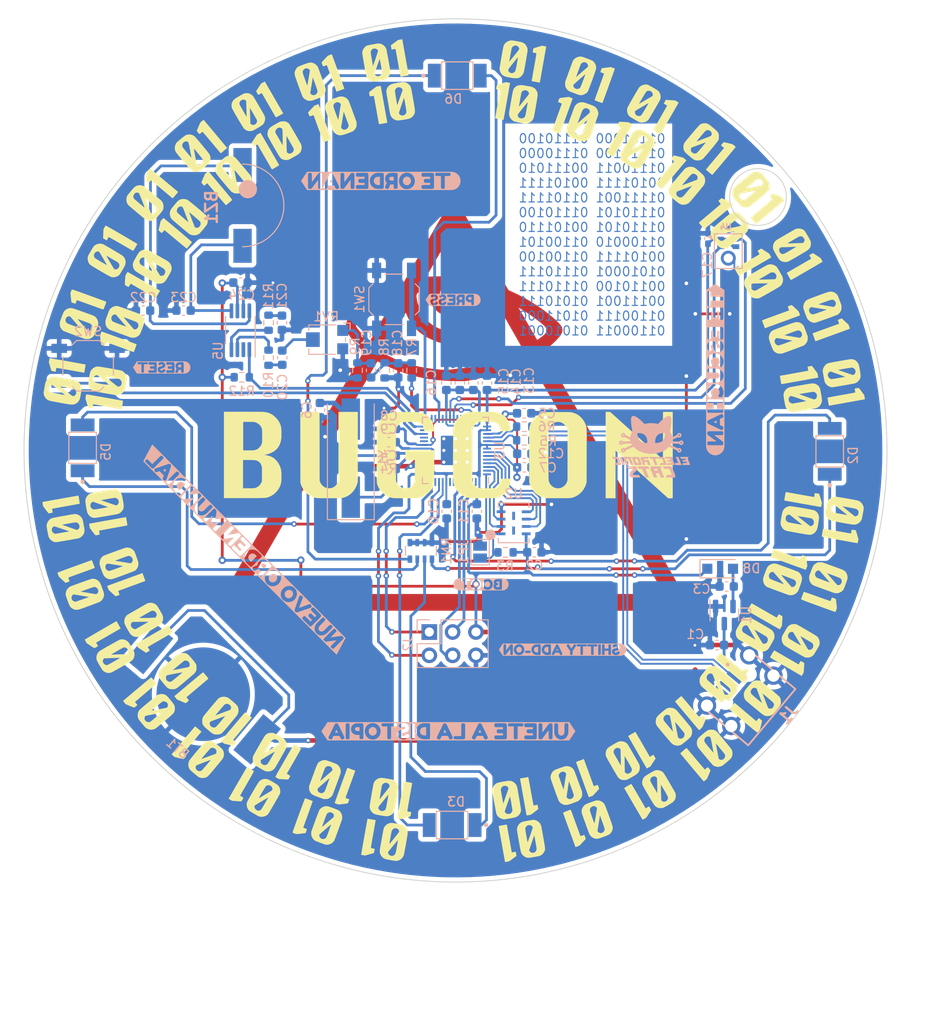
<source format=kicad_pcb>
(kicad_pcb (version 20221018) (generator pcbnew)
  (layers (0 "F.Cu" signal) (31 "B.Cu" signal) (34 "B.Paste" user) (35 "F.Paste" user) (36 "B.SilkS" user "B.Silkscreen") (37 "F.SilkS" user "F.Silkscreen") (38 "B.Mask" user) (39 "F.Mask" user) (44 "Edge.Cuts" user))
  (net 0 "")
  (net 1 "GND")
  (net 2 "+3V3")
  (net 3 "Net-(BZ1-Pad1)")
  (net 4 "Net-(BZ1-Pad2)")
  (net 5 "VBUS")
  (net 6 "Net-(C3-Pad1)")
  (net 7 "Net-(C4-Pad1)")
  (net 8 "+1V2")
  (net 9 "Net-(C6-Pad1)")
  (net 10 "Net-(C18-Pad1)")
  (net 11 "Net-(C19-Pad2)")
  (net 12 "Net-(C20-Pad1)")
  (net 13 "Net-(C20-Pad2)")
  (net 14 "Net-(C21-Pad1)")
  (net 15 "Net-(D2-Pad1)")
  (net 16 "/D9")
  (net 17 "Net-(D3-Pad1)")
  (net 18 "/D6")
  (net 19 "Net-(D5-Pad1)")
  (net 20 "/D5")
  (net 21 "Net-(D6-Pad1)")
  (net 22 "/D10")
  (net 24 "/D0")
  (net 26 "/D+")
  (net 27 "/D-")
  (net 28 "/D24")
  (net 29 "/D25")
  (net 30 "/SDA")
  (net 31 "/SCL")
  (net 32 "/D13")
  (net 33 "/QSPI_CS")
  (net 34 "Net-(R4-Pad2)")
  (net 35 "/RD+")
  (net 36 "/RD-")
  (net 37 "/A2")
  (net 38 "Net-(R10-Pad2)")
  (net 39 "Net-(R11-Pad2)")
  (net 40 "/RST")
  (net 41 "/QSPI_DATA1")
  (net 42 "/QSPI_DATA2")
  (net 43 "/QSPI_DATA0")
  (net 44 "/QSPI_SCK")
  (net 45 "/QSPI_DATA3")
  (net 49 "/CLK")
  (net 50 "/DOUT")
  (net 51 "/D12")
  (net 53 "/GPIO18")
  (net 55 "/SWDIO")
  (net 56 "/SWCLK")
  (net 58 "/GPIO13")
  (net 59 "/D11")
  (net 63 "/RX")
  (net 64 "/TX")
  (net 67 "/GPIO17")
  (footprint "pin_final_cc" (layer "F.Cu") (at 142 102)
    (fp_text reference "Ref**" hide)
    (fp_text value "Val**" hide)
  )
  (footprint "Crystal:Crystal_SMD_HC49-SD" (layer "B.Cu") (at 130.59 102.84 90)
    (fp_text reference "Y1")
    (fp_text value "12Mhz")
  )
  (footprint "kibuzzard-63409EAE" (layer "B.Cu") (at 153.67 123.698 180)
    (fp_text reference "kibuzzard-63409EAE" hide)
    (fp_text value "G***" hide)
  )
  (footprint "kibuzzard-63409F0B" (layer "B.Cu") (at 141.732 85.598 180)
    (fp_text reference "kibuzzard-63409F0B" hide)
    (fp_text value "G***" hide)
  )
  (footprint "badge_pwnCon:LYT77K-K2M1-NoHole" (layer "B.Cu") (at 101.37 101.72 90)
    (fp_text reference "D5")
    (fp_text value "R_LED")
  )
  (footprint "Diode_SMD:D_SOD-123F" (layer "B.Cu") (at 170.8325 114.8875)
    (fp_text reference "D8")
    (fp_text value "SS1020FL")
  )
  (footprint "kibuzzard-63409DC5" (layer "B.Cu") (at 133.858 72.644 180)
    (fp_text reference "kibuzzard-63409DC5" hide)
    (fp_text value "G***" hide)
  )
  (footprint "Capacitor_SMD:C_0603_1608Metric" (layer "B.Cu") (at 149.49 102.36)
    (fp_text reference "C12")
    (fp_text value "0.1uF")
  )
  (footprint "badge_pwnCon:RP2040-QFN-56" (layer "B.Cu") (at 142 102 90)
    (fp_text reference "U3")
    (fp_text value "RP2040")
  )
  (footprint "badge_pwnCon:LYT77K-K2M1-NoHole" (layer "B.Cu") (at 141.63 142.8 180)
    (fp_text reference "D3")
    (fp_text value "R_LED")
  )
  (footprint "Capacitor_SMD:C_0603_1608Metric" (layer "B.Cu") (at 149.49 103.84)
    (fp_text reference "C7")
    (fp_text value "0.1uF")
  )
  (footprint "Resistor_SMD:R_0603_1608Metric" (layer "B.Cu") (at 149.485 99.41 180)
    (fp_text reference "R6")
    (fp_text value "27")
  )
  (footprint "kibuzzard-63409EDC" (layer "B.Cu") (at 109.982 92.964 180)
    (fp_text reference "kibuzzard-63409EDC" hide)
    (fp_text value "G***" hide)
  )
  (footprint "Package_TO_SOT_SMD:SOT-23" (layer "B.Cu") (at 171.285 119.9275 -90)
    (fp_text reference "U1")
    (fp_text value "MCP1700-31")
  )
  (footprint "kibuzzard-63409D39" (layer "B.Cu") (at 141.224 132.588 180)
    (fp_text reference "kibuzzard-63409D39" hide)
    (fp_text value "G***" hide)
  )
  (footprint "Connector_PinHeader_2.54mm:PinHeader_2x03_P2.54mm_Vertical" (layer "B.Cu") (at 139.145 121.775 -90)
    (fp_text reference "J2")
    (fp_text value "Conn_02x03_Odd_Even")
  )
  (footprint "Resistor_SMD:R_0603_1608Metric" (layer "B.Cu") (at 121.63 88.09 -90)
    (fp_text reference "R11")
    (fp_text value "100")
  )
  (footprint "Capacitor_SMD:C_0603_1608Metric" (layer "B.Cu") (at 134.74 99.65 180)
    (fp_text reference "C8")
    (fp_text value "0.1uF")
  )
  (footprint "BugCON:CAPAE1050X250N" (layer "B.Cu") (at 118.7958 75.311 90)
    (fp_text reference "BZ1")
    (fp_text value "Buzzer" hide)
  )
  (footprint "Potentiometer_SMD:Potentiometer_Bourns_TC33X_Vertical" (layer "B.Cu") (at 127.91 89.93 180)
    (fp_text reference "RV1")
    (fp_text value "10K")
  )
  (footprint "Capacitor_SMD:C_0603_1608Metric" (layer "B.Cu") (at 127.23 97.605 -90)
    (fp_text reference "C6")
    (fp_text value "27pF")
  )
  (footprint "badge_pwnCon:U254051N4BH806" (layer "B.Cu") (at 173.6 128.65 -130)
    (fp_text reference "J1")
    (fp_text value "USB_B_Micro" hide)
  )
  (footprint "Capacitor_SMD:C_0603_1608Metric" (layer "B.Cu") (at 170.485 123.1975 180)
    (fp_text reference "C1")
    (fp_text value "10uF")
  )
  (footprint "Capacitor_SMD:C_0603_1608Metric" (layer "B.Cu") (at 141.04 108.63 -90)
    (fp_text reference "C10")
    (fp_text value "0.1uF")
  )
  (footprint "Capacitor_SMD:C_0603_1608Metric" (layer "B.Cu") (at 150.59 113.09)
    (fp_text reference "C2")
    (fp_text value "0.1uF")
  )
  (footprint "Capacitor_SMD:C_0603_1608Metric" (layer "B.Cu") (at 134.73 101.1 180)
    (fp_text reference "C9")
    (fp_text value "1uF")
  )
  (footprint "Resistor_SMD:R_0603_1608Metric" (layer "B.Cu") (at 137.22 93.28 -90)
    (fp_text reference "R7")
    (fp_text value "220")
  )
  (footprint "Capacitor_SMD:C_0603_1608Metric" (layer "B.Cu") (at 145.43 94.64 90)
    (fp_text reference "C13")
    (fp_text value "0.1uF")
  )
  (footprint "badge_pwnCon:LYT77K-K2M1-NoHole" (layer "B.Cu") (at 142.19 61.18)
    (fp_text reference "D6")
    (fp_text value "R_LED")
  )
  (footprint "Capacitor_SMD:C_0603_1608Metric" (layer "B.Cu") (at 112.37 86.76 180)
    (fp_text reference "C23")
    (fp_text value "220pF")
  )
  (footprint "Resistor_SMD:R_0603_1608Metric" (layer "B.Cu") (at 118.71 94.03 180)
    (fp_text reference "R12")
    (fp_text value "10K")
  )
  (footprint "Aesthetics:electronic_cats_logo_8x6" (layer "B.Cu") (at 163.322 101.6 180)
    (fp_text reference "G***" hide)
    (fp_text value "LOGO" hide)
  )
  (footprint "Capacitor_SMD:C_0402_1005Metric_Pad0.74x0.62mm_HandSolder" (layer "B.Cu") (at 169.5 78.9175 90)
    (fp_text reference "C17")
    (fp_text value "0.1uF")
  )
  (footprint "Capacitor_SMD:C_0603_1608Metric" (layer "B.Cu") (at 171.545 116.8175 180)
    (fp_text reference "C3")
    (fp_text value "10uF")
  )
  (footprint "kibuzzard-6340AD5F" (layer "B.Cu") (at 144.78 116.586 180)
    (fp_text reference "kibuzzard-6340AD5F" hide)
    (fp_text value "G***" hide)
  )
  (footprint "Capacitor_SMD:C_0603_1608Metric" (layer "B.Cu") (at 141 94.64 90)
    (fp_text reference "C16")
    (fp_text value "0.1uF")
  )
  (footprint "Batteries:BAT-HLD-012-SMT-OTL" (layer "B.Cu") (at 114.52 128.55 140)
    (fp_text reference "BT1")
    (fp_text value "Battery_Cell")
  )
  (footprint "Resistor_SMD:R_0603_1608Metric" (layer "B.Cu") (at 121.63 91.9 90)
    (fp_text reference "R10")
    (fp_text value "100")
  )
  (footprint "Capacitor_SMD:C_0603_1608Metric" (layer "B.Cu") (at 132.8 93.28 90)
    (fp_text reference "C19")
    (fp_text value "47uF")
  )
  (footprint "Resistor_SMD:R_0603_1608Metric" (layer "B.Cu") (at 131.32 93.28 -90)
    (fp_text reference "R9")
    (fp_text value "1.8K")
  )
  (footprint "Resistor_SMD:R_0603_1608Metric" (layer "B.Cu") (at 147.45 113.1 180)
    (fp_text reference "R3")
    (fp_text value "10K")
  )
  (footprint "Button_Switch_SMD:SW_SPST_TL3342" (layer "B.Cu") (at 135.3058 85.5472 -90)
    (fp_text reference "SW1")
    (fp_text value "Button")
  )
  (footprint "hunter-cat-nfc:W25Q16JVUUIQ" (layer "B.Cu") (at 148.328901 109.88)
    (fp_text reference "U2")
    (fp_text value "W25Q16JV")
  )
  (footprint "Capacitor_SMD:C_0603_1608Metric" (layer "B.Cu") (at 134.725 104.01 180)
    (fp_text reference "C4")
    (fp_text value "27pF")
  )
  (footprint "kibuzzard-63409DA5" (layer "B.Cu") (at 170.3 93.2 -90)
    (fp_text reference "kibuzzard-63409DA5" hide)
    (fp_text value "G***" hide)
  )
  (footprint "Button_Switch_SMD:SW_SPST_TL3342" (layer "B.Cu") (at 101.97 92.78 180)
    (fp_text reference "SW2")
    (fp_text value "RESET")
  )
  (footprint "Resistor_SMD:R_0603_1608Metric" (layer "B.Cu") (at 134.28 93.28 -90)
    (fp_text reference "R8")
    (fp_text value "100")
  )
  (footprint "Capacitor_SMD:C_0603_1608Metric" (layer "B.Cu") (at 144.32 108.63 -90)
    (fp_text reference "C11")
    (fp_text value "0.1uF")
  )
  (footprint "Capacitor_SMD:C_0603_1608Metric" (layer "B.Cu") (at 135.75 93.28 -90)
    (fp_text reference "C18")
    (fp_text value "100nF")
  )
  (footprint "Package_SO:MSOP-8_3x3mm_P0.65mm" (layer "B.Cu") (at 118.56 88.91 90)
    (fp_text reference "U5")
    (fp_text value "PAM8302AAD")
  )
  (footprint "Resistor_SMD:R_Array_Convex_4x0603" (layer "B.Cu") (at 138.23 112.94 90)
    (fp_text reference "RN1")
    (fp_text value "R_Pack04")
  )
  (footprint "Sensors:MIC_SPH0641LM4H-1" (layer "B.Cu") (at 171.72 81.06 180)
    (fp_text reference "U4")
    (fp_text value "SPH0641LM4H")
  )
  (footprint "Capacitor_SMD:C_0603_1608Metric" (layer "B.Cu") (at 118.57 83.72)
    (fp_text reference "C24")
    (fp_text value "10uF")
  )
  (footprint "Capacitor_SMD:C_0603_1608Metric" (layer "B.Cu") (at 149.48 97.95)
    (fp_text reference "C5")
    (fp_text value "1uF")
  )
  (footprint "Capacitor_SMD:C_0603_1608Metric" (layer "B.Cu") (at 143.94 94.64 90)
    (fp_text reference "C14")
    (fp_text value "0.1uF")
  )
  (footprint "badge_pwnCon:LYT77K-K2M1-NoHole" (layer "B.Cu") (at 182.77 102.1 90)
    (fp_text reference "D2")
    (fp_text value "R_LED")
  )
  (footprint "Resistor_SMD:R_0603_1608Metric" (layer "B.Cu") (at 134.73 102.56)
    (fp_text reference "R4")
    (fp_text value "1K")
  )
  (footprint "Resistor_SMD:R_0603_1608Metric" (layer "B.Cu") (at 149.485 100.89 180)
    (fp_text reference "R5")
    (fp_text value "27")
  )
  (footprint "Capacitor_SMD:C_0603_1608Metric" (layer "B.Cu") (at 123.09 88.09 -90)
    (fp_text reference "C21")
    (fp_text value "1uF")
  )
  (footprint "Capacitor_SMD:C_0603_1608Metric" (layer "B.Cu") (at 142.47 94.64 90)
    (fp_text reference "C15")
    (fp_text value "0.1uF")
  )
  (footprint "Jumper:SolderJumper-2_P1.3mm_Open_Pad1.0x1.5mm" (layer "B.Cu") (at 144.675 113.075 -90)
    (fp_text reference "JP1")
    (fp_text value "BOOT")
  )
  (footprint "Capacitor_SMD:C_0603_1608Metric" (layer "B.Cu") (at 107.96 86.77 180)
    (fp_text reference "C22")
    (fp_text value "220pF")
  )
  (footprint "kibuzzard-63409E53" (layer "B.Cu") (at 119 112.8 135)
    (fp_text reference "kibuzzard-63409E53" hide)
    (fp_text value "G***" hide)
  )
  (footprint "Capacitor_SMD:C_0603_1608Metric" (layer "B.Cu") (at 123.12 91.9 -90)
    (fp_text reference "C20")
    (fp_text value "1uF")
  )
  (gr_line (start 124.5 139.7) (end 126 139.7) (stroke (width 0.2)) (layer "F.Cu"))
  (gr_line (start 124.5 139.7) (end 124.5 137.7) (stroke (width 0.2)) (layer "F.Cu"))
  (gr_circle (center 124.5 138.9) (end 125.1 138.9) (stroke (width 0.2)) (fill none) (layer "F.Cu"))
  (gr_line (start 123 139.7) (end 124.5 137.7) (stroke (width 0.2)) (layer "F.Cu"))
  (gr_line (start 126 139.7) (end 124.5 137.7) (stroke (width 0.2)) (layer "F.Cu"))
  (gr_line (start 124.5 139.7) (end 123 139.7) (stroke (width 0.2)) (layer "F.Cu"))
  (gr_circle (center 174.957267 74.4) (end 176.707267 76.95) (stroke (width 0.1)) (fill none) (layer "Edge.Cuts"))
  (gr_circle (center 142 102) (end 189.010637 102) (stroke (width 0.1)) (fill none) (layer "Edge.Cuts"))
  (gr_text "RESISTANCE" (at 141.6 126.8) (layer "F.Cu") (effects (font (size 0.8 0.8) (thickness 0.12))))
  (gr_text "EC" (at 120.35 117) (layer "F.Cu") (effects (font (size 0.8 0.8) (thickness 0.12))))
  (gr_text "UART?" (at 167.25 127.15 45) (layer "F.Cu") (effects (font (size 0.8 0.8) (thickness 0.2))))
  (gr_text "MSB" (at 142.25 66.55) (layer "F.Cu") (effects (font (size 0.8 0.8) (thickness 0.12))))
  (gr_text "01101000 01110100 \n01110100 01110000 \n01110011 00111010 \n00101111 00101111 \n01111001 01101111 \n01110101 01110100 \n01110101 00101110 \n01100010 01100101 \n00101111 01100100 \n01010001 01110111 \n00110100 01110111 \n00111001 01010111 \n01100111 01011000 \n01100011 01010001" (at 164.95 78.5) (layer "B.Cu") (effects (font (size 1 1) (thickness 0.12)) (justify left mirror)))
  (segment (start 140.7668 93.6498) (end 140.6398 93.7768) (width 0.5) (layer "F.Cu") (net 1))
  (segment (start 137.7442 93.2434) (end 137.6426 93.1418) (width 0.5) (layer "F.Cu") (net 1))
  (segment (start 147.2184 92.6084) (end 146.685 93.1418) (width 0.5) (layer "F.Cu") (net 1))
  (segment (start 140.725 100.725) (end 140.725 103.275) (width 0.5) (layer "F.Cu") (net 1))
  (segment (start 140.725 100.725) (end 143.275 100.725) (width 0.5) (layer "F.Cu") (net 1))
  (segment (start 135.8 92.7724) (end 135.8 92.9756) (width 0.5) (layer "F.Cu") (net 1))
  (segment (start 136.1048 92.7724) (end 135.8 92.7724) (width 0.5) (layer "F.Cu") (net 1))
  (segment (start 140.7492 111.93) (end 140.716 111.9632) (width 0.3) (layer "F.Cu") (net 1))
  (segment (start 137.9474 93.5482) (end 137.7442 93.345) (width 0.5) (layer "F.Cu") (net 1))
  (segment (start 128.4732 98.5266) (end 128.4732 99.822) (width 0.5) (layer "F.Cu") (net 1))
  (segment (start 143.275 100.725) (end 143.275 103.275) (width 0.5) (layer "F.Cu") (net 1))
  (segment (start 129.8702 95.8596) (end 129.8702 97.1296) (width 0.5) (layer "F.Cu") (net 1))
  (segment (start 127.7874 103.2256) (end 127.7874 100.5078) (width 0.5) (layer "F.Cu") (net 1))
  (segment (start 134.3152 92.202) (end 134.7216 92.202) (width 0.5) (layer "F.Cu") (net 1))
  (segment (start 131.5212 93.4466) (end 131.6482 93.5736) (width 0.5) (layer "F.Cu") (net 1))
  (segment (start 135.1788 92.6592) (end 135.6868 92.6592) (width 0.5) (layer "F.Cu") (net 1))
  (segment (start 147.7264 92.6084) (end 147.2184 92.6084) (width 0.5) (layer "F.Cu") (net 1))
  (segment (start 135.8 96.9656) (end 135.8 95.33) (width 0.3) (layer "F.Cu") (net 1))
  (segment (start 173.994345 124.314064) (end 172.870281 123.19) (width 0.5) (layer "F.Cu") (net 1))
  (segment (start 151.7904 98.3996) (end 151.7904 102.1842) (width 0.3) (layer "F.Cu") (net 1))
  (segment (start 143.9418 93.3958) (end 143.6878 93.6498) (width 0.5) (layer "F.Cu") (net 1))
  (segment (start 133.8834 91.7702) (end 134.3152 92.202) (width 0.5) (layer "F.Cu") (net 1))
  (segment (start 144.145 111.93) (end 140.7492 111.93) (width 0.3) (layer "F.Cu") (net 1))
  (segment (start 128.4732 99.822) (end 127.7874 100.5078) (width 0.5) (layer "F.Cu") (net 1))
  (segment (start 129.44 93.26) (end 131.3346 93.26) (width 0.5) (layer "F.Cu") (net 1))
  (segment (start 152.4446 107.88) (end 152.4508 107.8738) (width 0.3) (layer "F.Cu") (net 1))
  (segment (start 168.125 87.125) (end 171.875 87.125) (width 0.3) (layer "F.Cu") (net 1))
  (segment (start 167.15 111.65) (end 167.15 93.9) (width 0.3) (layer "F.Cu") (net 1))
  (segment (start 134.21 97.39) (end 135.3756 97.39) (width 0.3) (layer "F.Cu") (net 1))
  (segment (start 131.5212 93.4466) (end 131.5212 94.2086) (width 0.5) (layer "F.Cu") (net 1))
  (segment (start 151.7904 102.1842) (end 151.8158 102.2096) (width 0.3) (layer "F.Cu") (net 1))
  (segment (start 146.685 93.1418) (end 145.7706 93.1418) (width 0.5) (layer "F.Cu") (net 1))
  (segment (start 135.6868 92.6592) (end 135.8 92.7724) (width 0.5) (layer "F.Cu") (net 1))
  (segment (start 128.2818 103.72) (end 127.7874 103.2256) (width 0.5) (layer "F.Cu") (net 1))
  (segment (start 146.65 110.925) (end 147.01 110.565) (width 0.3) (layer "F.Cu") (net 1))
  (segment (start 135.3756 97.39) (end 135.8 96.9656) (width 0.3) (layer "F.Cu") (net 1))
  (segment (start 131.4538 93.26) (end 132.9436 91.7702) (width 0.5) (layer "F.Cu") (net 1))
  (segment (start 135.8 95.33) (end 135.8 92.9756) (width 0.3) (layer "F.Cu") (net 1))
  (segment (start 137.575 103.275) (end 137.13 103.72) (width 0.5) (layer "F.Cu") (net 1))
  (segment (start 137.6426 93.1418) (end 136.4742 93.1418) (width 0.5) (layer "F.Cu") (net 1))
  (segment (start 140.725 103.275) (end 143.275 103.275) (width 0.5) (layer "F.Cu") (net 1))
  (segment (start 147.01 110.565) (end 147.01 107.88) (width 0.3) (layer "F.Cu") (net 1))
  (segment (start 167.15 93.9) (end 167.15 83.8) (width 0.3) (layer "F.Cu") (net 1))
  (segment (start 145.7706 93.1418) (end 145.5166 93.3958) (width 0.5) (layer "F.Cu") (net 1))
  (segment (start 147.7264 93.599) (end 147.7264 92.6084) (width 0.5) (layer "F.Cu") (net 1))
  (segment (start 140.6398 93.7768) (end 139.4714 93.7768) (width 0.5) (layer "F.Cu") (net 1))
  (segment (start 131.5212 94.2086) (end 129.8702 95.8596) (width 0.5) (layer "F.Cu") (net 1))
  (segment (start 172.870281 123.19) (end 168.11 123.19) (width 0.5) (layer "F.Cu") (net 1))
  (segment (start 135.8 92.9756) (end 135.636 92.8116) (width 0.3) (layer "F.Cu") (net 1))
  (segment (start 137.7442 93.345) (end 137.7442 93.2434) (width 0.5) (layer "F.Cu") (net 1))
  (segment (start 140.725 102) (end 143.275 102) (width 0.5) (layer "F.Cu") (net 1))
  (segment (start 134.7216 92.202) (end 135.1788 92.6592) (width 0.5) (layer "F.Cu") (net 1))
  (segment (start 129.8702 97.1296) (end 128.4732 98.5266) (width 0.5) (layer "F.Cu") (net 1))
  (segment (start 139.2428 93.5482) (end 137.9474 93.5482) (width 0.5) (layer "F.Cu") (net 1))
  (segment (start 142 100.725) (end 142 103.275) (width 0.5) (layer "F.Cu") (net 1))
  (segment (start 143.6878 93.6498) (end 140.7668 93.6498) (width 0.5) (layer "F.Cu") (net 1))
  (segment (start 168.11 123.19) (end 168.08 123.22) (width 0.5) (layer "F.Cu") (net 1))
  (segment (start 147.955 93.8276) (end 147.7264 93.599) (width 0.5) (layer "F.Cu") (net 1))
  (segment (start 131.3346 93.26) (end 131.4538 93.26) (width 0.5) (layer "F.Cu") (net 1))
  (segment (start 136.4742 93.1418) (end 136.1048 92.7724) (width 0.5) (layer "F.Cu") (net 1))
  (segment (start 139.4714 93.7768) (end 139.2428 93.5482) (width 0.5) (layer "F.Cu") (net 1))
  (segment (start 145.5166 93.3958) (end 143.9418 93.3958) (width 0.5) (layer "F.Cu") (net 1))
  (segment (start 131.3346 93.26) (end 131.5212 93.4466) (width 0.5) (layer "F.Cu") (net 1))
  (segment (start 140.725 103.275) (end 137.575 103.275) (width 0.5) (layer "F.Cu") (net 1))
  (segment (start 132.9436 91.7702) (end 133.8834 91.7702) (width 0.5) (layer "F.Cu") (net 1))
  (segment (start 147.01 107.88) (end 152.4446 107.88) (width 0.3) (layer "F.Cu") (net 1))
  (segment (start 137.13 103.72) (end 128.2818 103.72) (width 0.5) (layer "F.Cu") (net 1))
  (segment (start 144.425 110.925) (end 144.425 111.65) (width 0.3) (layer "F.Cu") (net 1))
  (segment (start 144.425 111.65) (end 144.145 111.93) (width 0.3) (layer "F.Cu") (net 1))
  (segment (start 144.425 110.925) (end 146.65 110.925) (width 0.3) (layer "F.Cu") (net 1))
  (via (at 167.15 111.65) (size 0.8) (drill 0.4) (layers "F.Cu" "B.Cu") (net 1))
  (via (at 129.44 93.26) (size 0.6) (drill 0.3) (layers "F.Cu" "B.Cu") (net 1))
  (via (at 122.11 83.74) (size 0.6) (drill 0.3) (layers "F.Cu" "B.Cu") (net 1))
  (via (at 151.8158 102.2096) (size 0.8) (drill 0.4) (layers "F.Cu" "B.Cu") (net 1))
  (via (at 152.4508 107.8738) (size 0.8) (drill 0.4) (layers "F.Cu" "B.Cu") (net 1))
  (via (at 134.21 97.39) (size 0.6) (drill 0.3) (layers "F.Cu" "B.Cu") (net 1))
  (via (at 144.425 110.925) (size 0.6) (drill 0.3) (layers "F.Cu" "B.Cu") (net 1))
  (via (at 140.716 111.9632) (size 0.8) (drill 0.4) (layers "F.Cu" "B.Cu") (net 1))
  (via (at 151.7904 98.3996) (size 0.8) (drill 0.4) (layers "F.Cu" "B.Cu") (net 1))
  (via (at 135.8 95.33) (size 0.6) (drill 0.3) (layers "F.Cu" "B.Cu") (net 1))
  (via (at 127.7874 100.5078) (size 0.8) (drill 0.4) (layers "F.Cu" "B.Cu") (net 1))
  (via (at 168.08 123.22) (size 0.6) (drill 0.3) (layers "F.Cu" "B.Cu") (net 1))
  (via (at 129.44 93.26) (size 0.8) (drill 0.4) (layers "F.Cu" "B.Cu") (net 1))
  (via (at 147.955 93.8276) (size 0.8) (drill 0.4) (layers "F.Cu" "B.Cu") (net 1))
  (via (at 167.15 83.8) (size 0.8) (drill 0.4) (layers "F.Cu" "B.Cu") (net 1))
  (via (at 137.13 103.72) (size 0.6) (drill 0.3) (layers "F.Cu" "B.Cu") (net 1))
  (via (at 167.15 93.9) (size 0.8) (drill 0.4) (layers "F.Cu" "B.Cu") (net 1))
  (via (at 171.875 87.125) (size 0.8) (drill 0.4) (layers "F.Cu" "B.Cu") (net 1))
  (via (at 147.01 107.88) (size 0.6) (drill 0.3) (layers "F.Cu" "B.Cu") (net 1))
  (via (at 168.125 87.125) (size 0.8) (drill 0.4) (layers "F.Cu" "B.Cu") (net 1))
  (segment (start 147.9176 93.865) (end 147.955 93.8276) (width 0.5) (layer "B.Cu") (net 1))
  (segment (start 131.32 94.105) (end 130.285 94.105) (width 0.5) (layer "B.Cu") (net 1))
  (segment (start 151.3408 97.95) (end 151.7904 98.3996) (width 0.3) (layer "B.Cu") (net 1))
  (segment (start 137.85 103) (end 137.13 103.72) (width 0.2) (layer "B.Cu") (net 1))
  (segment (start 144.675 111.175) (end 144.675 112.425) (width 0.3) (layer "B.Cu") (net 1))
  (segment (start 147.01 107.88) (end 147.01 108.629551) (width 0.3) (layer "B.Cu") (net 1))
  (segment (start 172.3825 81.06) (end 172.3825 82.9425) (width 0.2) (layer "B.Cu") (net 1))
  (segment (start 130.285 94.105) (end 129.44 93.26) (width 0.5) (layer "B.Cu") (net 1))
  (segment (start 172.3825 82.9425) (end 172.3 83.025) (width 0.2) (layer "B.Cu") (net 1))
  (segment (start 127.23 98.38) (end 127.23 99.9504) (width 0.5) (layer "B.Cu") (net 1))
  (segment (start 145.43 93.865) (end 147.9176 93.865) (width 0.5) (layer "B.Cu") (net 1))
  (segment (start 147.01 108.629551) (end 146.959701 108.67985) (width 0.3) (layer "B.Cu") (net 1))
  (segment (start 138.5625 103) (end 137.85 103) (width 0.2) (layer "B.Cu") (net 1))
  (segment (start 118.885 84.18) (end 119.345 83.72) (width 0.3) (layer "B.Cu") (net 1))
  (segment (start 150.4154 102.2096) (end 150.265 102.36) (width 0.3) (layer "B.Cu") (net 1))
  (segment (start 144.425 110.925) (end 144.675 111.175) (width 0.3) (layer "B.Cu") (net 1))
  (segment (start 151.8158 102.2096) (end 150.4154 102.2096) (width 0.3) (layer "B.Cu") (net 1))
  (segment (start 127.23 99.9504) (end 127.7874 100.5078) (width 0.5) (layer "B.Cu") (net 1))
  (segment (start 150.255 97.95) (end 151.3408 97.95) (width 0.3) (layer "B.Cu") (net 1))
  (segment (start 118.885 86.7975) (end 118.885 84.18) (width 0.3) (layer "B.Cu") (net 1))
  (segment (start 147.26 132.4) (end 147.26 122.45) (width 0.5) (layer "F.Cu") (net 2))
  (segment (start 116.586 94.0308) (end 116.586 113.9698) (width 0.3) (layer "F.Cu") (net 2))
  (segment (start 125.1458 115.9002) (end 126.0348 116.7892) (width 0.3) (layer "F.Cu") (net 2))
  (segment (start 146.585 121.775) (end 144.225 121.775) (width 0.5) (layer "F.Cu") (net 2))
  (segment (start 125.1458 113.9444) (end 125.1458 115.9002) (width 0.3) (layer "F.Cu") (net 2))
  (segment (start 126.0348 116.7892) (end 144.0002 116.7892) (width 0.3) (layer "F.Cu") (net 2))
  (segment (start 116.586 94.0308) (end 116.586 83.7692) (width 0.3) (layer "F.Cu") (net 2))
  (segment (start 161.5 115.58) (end 159.49 115.58) (width 0.3) (layer "F.Cu") (net 2))
  (segment (start 144.0002 116.7892) (end 144.225 116.5644) (width 0.3) (layer "F.Cu") (net 2))
  (segment (start 125.94 133.59) (end 146.07 133.59) (width 0.5) (layer "F.Cu") (net 2))
  (segment (start 146.07 133.59) (end 147.26 132.4) (width 0.5) (layer "F.Cu") (net 2))
  (segment (start 147.26 122.45) (end 146.585 121.775) (width 0.5) (layer "F.Cu") (net 2))
  (via (at 116.586 94.0308) (size 0.8) (drill 0.4) (layers "F.Cu" "B.Cu") (net 2))
  (via (at 116.586 83.7692) (size 0.8) (drill 0.4) (layers "F.Cu" "B.Cu") (net 2))
  (via (at 144.225 116.5644) (size 0.8) (drill 0.4) (layers "F.Cu" "B.Cu") (net 2))
  (via (at 125.1458 113.9444) (size 0.8) (drill 0.4) (layers "F.Cu" "B.Cu") (net 2))
  (via (at 161.5 115.58) (size 0.6) (drill 0.3) (layers "F.Cu" "B.Cu") (net 2))
  (via (at 116.586 113.9698) (size 0.8) (drill 0.4) (layers "F.Cu" "B.Cu") (net 2))
  (via (at 125.94 133.59) (size 0.6) (drill 0.3) (layers "F.Cu" "B.Cu") (net 2))
  (via (at 159.49 115.58) (size 0.6) (drill 0.3) (layers "F.Cu" "B.Cu") (net 2))
  (segment (start 150.43 115.58) (end 150.2 115.35) (width 0.3) (layer "B.Cu") (net 2))
  (segment (start 143.56 115.35) (end 143.98 115.35) (width 0.3) (layer "B.Cu") (net 2))
  (segment (start 148.715 102.155) (end 148.715 102.36) (width 0.2) (layer "B.Cu") (net 2))
  (segment (start 145.4375 99.0125) (end 145.44 99.01) (width 0.2) (layer "B.Cu") (net 2))
  (segment (start 118.235 84.16) (end 117.795 83.72) (width 0.3) (layer "B.Cu") (net 2))
  (segment (start 144.32 107.855) (end 143.715 107.855) (width 0.3) (layer "B.Cu") (net 2))
  (segment (start 145.454067 101.416567) (end 147.976567 101.416567) (width 0.2) (layer "B.Cu") (net 2))
  (segment (start 169.475 94.1) (end 169.475 79.525) (width 0.3) (layer "B.Cu") (net 2))
  (segment (start 121.116875 133.467325) (end 121.2596 133.3246) (width 0.3) (layer "B.Cu") (net 2))
  (segment (start 122.3304 133.6) (end 120.512915 133.6) (width 0.3) (layer "B.Cu") (net 2))
  (segment (start 117.7458 83.7692) (end 117.795 83.72) (width 0.3) (layer "B.Cu") (net 2))
  (segment (start 145.4375 101.4) (end 145.454067 101.416567) (width 0.2) (layer "B.Cu") (net 2))
  (segment (start 123.83 130.017565) (end 120.38024 133.467325) (width 0.3) (layer "B.Cu") (net 2))
  (segment (start 144.6 101.59) (end 144.79 101.4) (width 0.3) (layer "B.Cu") (net 2))
  (segment (start 144.22 115.35) (end 144.225 115.355) (width 0.3) (layer "B.Cu") (net 2))
  (segment (start 149.815 113.09) (end 149.698101 112.973101) (width 0.3) (layer "B.Cu") (net 2))
  (segment (start 144.34 104.51) (end 141.16 104.51) (width 0.3) (layer "B.Cu") (net 2))
  (segment (start 144.9525 98.5625) (end 144.6 98.5625) (width 0.2) (layer "B.Cu") (net 2))
  (segment (start 159.49 115.58) (end 150.43 115.58) (width 0.3) (layer "B.Cu") (net 2))
  (segment (start 144.175 95.415) (end 143.94 95.415) (width 0.2) (layer "B.Cu") (net 2))
  (segment (start 170.8825 78.986) (end 171.439489 78.986) (width 0.3) (layer "B.Cu") (net 2))
  (segment (start 144.6 106.18) (end 144.32 106.46) (width 0.3) (layer "B.Cu") (net 2))
  (segment (start 144.394775 99.29952) (end 144.59952 99.094775) (width 0.2) (layer "B.Cu") (net 2))
  (segment (start 144.6 104.51) (end 144.6 104.27) (width 0.3) (layer "B.Cu") (net 2))
  (segment (start 143.98 115.41) (end 144.225 115.655) (width 0.3) (layer "B.Cu") (net 2))
  (segment (start 144.6 95.68) (end 144.6 97.61) (width 0.3) (layer "B.Cu") (net 2))
  (segment (start 169.475 79.525) (end 170.014 78.986) (width 0.3) (layer "B.Cu") (net 2))
  (segment (start 139.48 101.9) (end 139.38 101.8) (width 0.2) (layer "B.Cu") (net 2))
  (segment (start 141 107.815) (end 141.04 107.855) (width 0.2) (layer "B.Cu") (net 2))
  (segment (start 136.92 101.78) (end 136.185 101.78) (width 0.3) (layer "B.Cu") (net 2))
  (segment (start 144.53 115.35) (end 144.225 115.655) (width 0.3) (layer "B.Cu") (net 2))
  (segment (start 141 98.5625) (end 141 99.094295) (width 0.2) (layer "B.Cu") (net 2))
  (segment (start 144.6 104.51) (end 144.34 104.51) (width 0.3) (layer "B.Cu") (net 2))
  (segment (start 136.92 101.78) (end 136.94 101.8) (width 0.2) (layer "B.Cu") (net 2))
  (segment (start 120.512915 133.6) (end 120.38024 133.467325) (width 0.3) (layer "B.Cu") (net 2))
  (segment (start 139.77 104.51) (end 140.76 104.51) (width 0.3) (layer "B.Cu") (net 2))
  (segment (start 144.6 101.21) (end 144.79 101.4) (width 0.3) (layer "B.Cu") (net 2))
  (segment (start 149.815 115.325) (end 149.84 115.35) (width 0.3) (layer "B.Cu") (net 2))
  (segment (start 145.44 98.25) (end 145.44 95.565) (width 0.3) (layer "B.Cu") (net 2))
  (segment (start 145.44 98.25) (end 145.12 98.57) (width 0.3) (layer "B.Cu") (net 2))
  (segment (start 112.862435 119.43) (end 114.65 119.43) (width 0.3) (layer "B.Cu") (net 2))
  (segment (start 144.225 115.655) (end 144.225 116.5644) (width 0.3) (layer "B.Cu") (net 2))
  (segment (start 141 97.36) (end 141 95.555) (width 0.3) (layer "B.Cu") (net 2))
  (segment (start 143.41856 108.15144) (end 143.41856 115.20856) (width 0.3) (layer "B.Cu") (net 2))
  (segment (start 144.6 101.13) (end 144.6 99.94) (width 0.3) (layer "B.Cu") (net 2))
  (segment (start 149.698101 112.973101) (end 149.698101 111.08015) (width 0.3) (layer "B.Cu") (net 2))
  (segment (start 116.586 113.9698) (end 125.1204 113.9698) (width 0.3) (layer "B.Cu") (net 2))
  (segment (start 144.6 101.45) (end 144.6 101.13) (width 0.3) (layer "B.Cu") (net 2))
  (segment (start 144.6 99.94) (end 144.74 99.8) (width 0.3) (layer "B.Cu") (net 2))
  (segment (start 168.145 95.43) (end 169.475 94.1) (width 0.3) (layer "B.Cu") (net 2))
  (segment (start 144.65 101.4) (end 144.6 101.45) (width 0.2) (layer "B.Cu") (net 2))
  (segment (start 140.76 104.51) (end 140.84 104.51) (width 0.3) (layer "B.Cu") (net 2))
  (segment (start 145.445 95.43) (end 168.145 95.43) (width 0.3) (layer "B.Cu") (net 2))
  (segment (start 125.1204 113.9698) (end 125.1458 113.9444) (width 0.3) (layer "B.Cu") (net 2))
  (segment (start 145.13 98.57) (end 145.44 98.88) (width 0.3) (layer "B.Cu") (net 2))
  (segment (start 142.47 95.415) (end 141 95.415) (width 0.3) (layer "B.Cu") (net 2))
  (segment (start 136.185 101.78) (end 135.505 101.1) (width 0.3) (layer "B.Cu") (net 2))
  (segment (start 144.175 95.415) (end 144.335 95.415) (width 0.3) (layer "B.Cu") (net 2))
  (segment (start 145.4375 99.8) (end 144.74 99.8) (width 0.2) (layer "B.Cu") (net 2))
  (segment (start 144.6 101.67) (end 144.6 101.45) (width 0.3) (layer "B.Cu") (net 2))
  (segment (start 139.53 104.27) (end 139.77 104.51) (width 0.3) (layer "B.Cu") (net 2))
  (segment (start 144.225 116.5644) (end 144.225 121.775) (width 0.3) (layer "B.Cu") (net 2))
  (segment (start 144.6 105.4375) (end 144.6 106.18) (width 0.2) (layer "B.Cu") (net 2))
  (segment (start 141 98.5625) (end 141 97.36) (width 0.2) (layer "B.Cu") (net 2))
  (segment (start 144.65 115.35) (end 149.46 115.35) (width 0.3) (layer "B.Cu") (net 2))
  (segment (start 141 105.4375) (end 141 107.815) (width 0.2) (layer "B.Cu") (net 2))
  (segment (start 145.4375 101.4) (end 144.79 101.4) (width 0.2) (layer "B.Cu") (net 2))
  (segment (start 145.11 98.57) (end 145.37 98.57) (width 0.3) (layer "B.Cu") (net 2))
  (segment (start 125.94 133.59) (end 122.3404 133.59) (width 0.5) (layer "B.Cu") (net 2))
  (segment (start 144.65 115.35) (end 144.53 115.35) (width 0.3) (layer "B.Cu") (net 2))
  (segment (start 141 99.094295) (end 141.205225 99.29952) (width 0.2) (layer "B.Cu") (net 2))
  (segment (start 144.36 104.51) (end 144.6 104.27) (width 0.3) (layer "B.Cu") (net 2))
  (segment (start 144.59952 99.094775) (end 144.59952 98.030225) (width 0.2) (layer "B.Cu") (net 2))
  (segment (start 144.335 95.415) (end 144.6 95.68) (width 0.3) (layer "B.Cu") (net 2))
  (segment (start 149.815 113.09) (end 149.815 114.945) (width 0.3) (layer "B.Cu") (net 2))
  (segment (start 123.83 128.61) (end 123.83 130.017565) (width 0.3) (layer "B.Cu") (net 2))
  (segment (start 144.6 101.67) (end 144.6 101.59) (width 0.3) (layer "B.Cu") (net 2))
  (segment (start 144.6 98.5625) (end 144.6 97.61) (width 0.2) (layer "B.Cu") (net 2))
  (segment (start 149.84 115.35) (end 149.46 115.35) (width 0.3) (layer "B.Cu") (net 2))
  (segment (start 145.12 98.57) (end 145.11 98.57) (width 0.3) (layer "B.Cu") (net 2))
  (segment (start 141 105.4375) (end 141 104.67) (width 0.2) (layer "B.Cu") (net 2))
  (segment (start 116.5868 94.03) (end 116.586 94.0308) (width 0.3) (layer "B.Cu") (net 2))
  (segment (start 114.65 119.43) (end 123.83 128.61) (width 0.3) (layer "B.Cu") (net 2))
  (segment (start 108.65976 123.632675) (end 112.862435 119.43) (width 0.3) (layer "B.Cu") (net 2))
  (segment (start 145.43 95.415) (end 145.445 95.43) (width 0.3) (layer "B.Cu") (net 2))
  (segment (start 171.439489 78.986) (end 172.261489 79.808) (width 0.3) (layer "B.Cu") (net 2))
  (segment (start 144.79 101.4) (end 144.65 101.4) (width 0.2) (layer "B.Cu") (net 2))
  (segment (start 148.285 113.09) (end 148.275 113.1) (width 0.3) (layer "B.Cu") (net 2))
  (segment (start 118.235 86.7975) (end 118.235 84.16) (width 0.3) (layer "B.Cu") (net 2))
  (segment (start 139.48 101.9) (end 139.53 101.95) (width 0.3) (layer "B.Cu") (net 2))
  (segment (start 143.41856 115.20856) (end 143.56 115.35) (width 0.3) (layer "B.Cu") (net 2))
  (segment (start 147.976567 101.416567) (end 148.715 102.155) (width 0.2) (layer "B.Cu") (net 2))
  (segment (start 149.815 114.945) (end 149.815 115.325) (width 0.3) (layer "B.Cu") (net 2))
  (segment (start 149.815 113.09) (end 148.285 113.09) (width 0.3) (layer "B.Cu") (net 2))
  (segment (start 145.4375 99.4) (end 145.4375 99.8) (width 0.2) (layer "B.Cu") (net 2))
  (segment (start 116.586 83.7692) (end 117.7458 83.7692) (width 0.3) (layer "B.Cu") (net 2))
  (segment (start 140.84 104.51) (end 141 104.67) (width 0.3) (layer "B.Cu") (net 2))
  (segment (start 144.6 104.27) (end 144.6 101.67) (width 0.3) (layer "B.Cu") (net 2))
  (segment (start 145.44 99.01) (end 145.44 98.88) (width 0.3) (layer "B.Cu") (net 2))
  (segment (start 143.715 107.855) (end 143.41856 108.15144) (width 0.3) (layer "B.Cu") (net 2))
  (segment (start 145.4375 101.4) (end 145.4375 101.8) (width 0.2) (layer "B.Cu") (net 2))
  (segment (start 144.22 115.35) (end 144.65 115.35) (width 0.3) (layer "B.Cu") (net 2))
  (segment (start 169.4325 114.8875) (end 169.4225 114.8975) (width 0.3) (layer "B.Cu") (net 2))
  (segment (start 149.815 114.995) (end 149.815 114.945) (width 0.3) (layer "B.Cu") (net 2))
  (segment (start 145.37 98.57) (end 145.43 98.63) (width 0.3) (layer "B.Cu") (net 2))
  (segment (start 143.98 115.35) (end 143.98 115.41) (width 0.3) (layer "B.Cu") (net 2))
  (segment (start 144.96 98.57) (end 144.9525 98.5625) (width 0.2) (layer "B.Cu") (net 2))
  (segment (start 122.217725 133.467325) (end 120.38024 133.467325) (width 0.5) (layer "B.Cu") (net 2))
  (segment (start 143.94 95.415) (end 142.47 95.415) (width 0.3) (layer "B.Cu") (net 2))
  (segment (start 136.94 101.8) (end 138.5625 101.8) (width 0.2) (layer "B.Cu") (net 2))
  (segment (start 170.014 78.986) (end 170.8825 78.986) (width 0.3) (layer "B.Cu") (net 2))
  (segment (start 150.17 115.35) (end 149.815 114.995) (width 0.3) (layer "B.Cu") (net 2))
  (segment (start 145.44 95.425) (end 145.43 95.415) (width 0.3) (layer "B.Cu") (net 2))
  (segment (start 144.34 104.51) (end 144.34 104.56) (width 0.3) (layer "B.Cu") (net 2))
  (segment (start 168.74 115.58) (end 161.5 115.58) (width 0.3) (layer "B.Cu") (net 2))
  (segment (start 150.2 115.35) (end 150.17 115.35) (width 0.3) (layer "B.Cu") (net 2))
  (segment (start 139.38 101.8) (end 138.5625 101.8) (width 0.2) (layer "B.Cu") (net 2))
  (segment (start 144.96 98.57) (end 145.11 98.57) (width 0.3) (layer "B.Cu") (net 2))
  (segment (start 169.4325 114.8875) (end 168.74 115.58) (width 0.3) (layer "B.Cu") (net 2))
  (segment (start 150.2 115.35) (end 149.84 115.35) (width 0.3) (layer "B.Cu") (net 2))
  (segment (start 143.98 115.35) (end 144.22 115.35) (width 0.3) (layer "B.Cu") (net 2))
  (segment (start 145.12 98.57) (end 145.13 98.57) (width 0.3) (layer "B.Cu") (net 2))
  (segment (start 122.3404 133.59) (end 122.217725 133.467325) (width 0.5) (layer "B.Cu") (net 2))
  (segment (start 120.38024 133.467325) (end 121.116875 133.467325) (width 0.3) (layer "B.Cu") (net 2))
  (segment (start 145.44 98.88) (end 145.44 98.25) (width 0.3) (layer "B.Cu") (net 2))
  (segment (start 144.32 106.46) (end 144.32 107.855) (width 0.3) (layer "B.Cu") (net 2))
  (segment (start 141.205225 99.29952) (end 144.394775 99.29952) (width 0.2) (layer "B.Cu") (net 2))
  (segment (start 144.6 104.51) (end 144.6 104.82) (width 0.3) (layer "B.Cu") (net 2))
  (segment (start 141.16 104.51) (end 141 104.67) (width 0.3) (layer "B.Cu") (net 2))
  (segment (start 149.46 115.35) (end 149.815 114.995) (width 0.3) (layer "B.Cu") (net 2))
  (segment (start 140.76 104.51) (end 141.16 104.51) (width 0.3) (layer "B.Cu") (net 2))
  (segment (start 144.34 104.51) (end 144.36 104.51) (width 0.3) (layer "B.Cu") (net 2))
  (segment (start 139.53 101.95) (end 139.53 104.27) (width 0.3) (layer "B.Cu") (net 2))
  (segment (start 144.34 104.56) (end 144.6 104.82) (width 0.3) (layer "B.Cu") (net 2))
  (segment (start 144.225 115.355) (end 144.225 115.655) (width 0.3) (layer "B.Cu") (net 2))
  (segment (start 144.6 104.82) (end 144.6 105.4375) (width 0.2) (layer "B.Cu") (net 2))
  (segment (start 144.6 101.13) (end 144.6 101.21) (width 0.3) (layer "B.Cu") (net 2))
  (segment (start 122.3404 133.59) (end 122.3304 133.6) (width 0.5) (layer "B.Cu") (net 2))
  (segment (start 145.4375 99.4) (end 145.4375 99.0125) (width 0.2) (layer "B.Cu") (net 2))
  (segment (start 172.261489 79.808) (end 172.5575 79.808) (width 0.3) (layer "B.Cu") (net 2))
  (segment (start 117.885 94.03) (end 116.5868 94.03) (width 0.3) (layer "B.Cu") (net 2))
  (segment (start 117.5475 86.76) (end 117.585 86.7975) (width 0.3) (layer "B.Cu") (net 3))
  (segment (start 113.145 86.76) (end 117.5475 86.76) (width 0.3) (layer "B.Cu") (net 3))
  (segment (start 114.318 79.611) (end 118.7958 79.611) (width 0.3) (layer "B.Cu") (net 3))
  (segment (start 113.145 86.76) (end 113.16 86.745) (width 0.3) (layer "B.Cu") (net 3))
  (segment (start 113.16 80.769) (end 114.318 79.611) (width 0.3) (layer "B.Cu") (net 3))
  (segment (start 113.16 86.745) (end 113.16 80.769) (width 0.3) (layer "B.Cu") (net 3))
  (segment (start 108.735 87.865) (end 108.735 86.77) (width 0.3) (layer "B.Cu") (net 4))
  (segment (start 119.535 87.845) (end 119.17 88.21) (width 0.3) (layer "B.Cu") (net 4))
  (segment (start 119.17 88.21) (end 109.08 88.21) (width 0.3) (layer "B.Cu") (net 4))
  (segment (start 108.735 86.77) (end 108.76 86.745) (width 0.3) (layer "B.Cu") (net 4))
  (segment (start 119.535 86.7975) (end 119.535 87.845) (width 0.3) (layer "B.Cu") (net 4))
  (segment (start 108.76 86.745) (end 108.76 72.1642) (width 0.3) (layer "B.Cu") (net 4))
  (segment (start 108.76 72.1642) (end 109.9132 71.011) (width 0.3) (layer "B.Cu") (net 4))
  (segment (start 109.08 88.21) (end 108.735 87.865) (width 0.3) (layer "B.Cu") (net 4))
  (segment (start 109.9132 71.011) (end 118.7958 71.011) (width 0.3) (layer "B.Cu") (net 4))
  (segment (start 171.26 123.1975) (end 171.26 124.747834) (width 0.3) (layer "B.Cu") (net 5))
  (segment (start 171.26 120.89) (end 171.285 120.865) (width 0.3) (layer "B.Cu") (net 5))
  (segment (start 171.26 124.747834) (end 172.761817 126.249651) (width 0.3) (layer "B.Cu") (net 5))
  (segment (start 171.26 123.1975) (end 171.26 120.89) (width 0.3) (layer "B.Cu") (net 5))
  (segment (start 172.235 116.9025) (end 172.32 116.8175) (width 0.3) (layer "B.Cu") (net 6))
  (segment (start 172.2325 114.8875) (end 172.2325 116.73) (width 0.3) (layer "B.Cu") (net 6))
  (segment (start 172.2325 116.73) (end 172.32 116.8175) (width 0.3) (layer "B.Cu") (net 6))
  (segment (start 172.235 118.99) (end 172.235 116.9025) (width 0.3) (layer "B.Cu") (net 6))
  (segment (start 137.375717 102.6) (end 137.145717 102.83) (width 0.2) (layer "B.Cu") (net 7))
  (segment (start 136.66 102.85) (end 135.5 104.01) (width 0.3) (layer "B.Cu") (net 7))
  (segment (start 138.5625 102.6) (end 137.375717 102.6) (width 0.2) (layer "B.Cu") (net 7))
  (segment (start 137.145717 102.83) (end 137.1 102.83) (width 0.2) (layer "B.Cu") (net 7))
  (segment (start 136.7 102.83) (end 136.67 102.86) (width 0.3) (layer "B.Cu") (net 7))
  (segment (start 136.67 102.86) (end 136.66 102.85) (width 0.2) (layer "B.Cu") (net 7))
  (segment (start 133.89 107.09) (end 130.59 107.09) (width 0.3) (layer "B.Cu") (net 7))
  (segment (start 137.1 102.83) (end 136.7 102.83) (width 0.3) (layer "B.Cu") (net 7))
  (segment (start 135.5 104.01) (end 135.5 105.48) (width 0.3) (layer "B.Cu") (net 7))
  (segment (start 135.5 105.48) (end 133.89 107.09) (width 0.3) (layer "B.Cu") (net 7))
  (segment (start 147.9006 98.65) (end 147.5 98.65) (width 0.2) (layer "F.Cu") (net 8))
  (segment (start 147.7228 98.65) (end 146.6052 98.65) (width 0.2) (layer "F.Cu") (net 8))
  (segment (start 148.705 99.1242) (end 148.2308 98.65) (width 0.2) (layer "F.Cu") (net 8))
  (segment (start 147.1712 98.65) (end 147.1712 98.5992) (width 0.2) (layer "F.Cu") (net 8))
  (segment (start 146.6052 98.65) (end 147.1712 98.65) (width 0.2) (layer "F.Cu") (net 8))
  (segment (start 140.03 98.65) (end 144.2502 98.65) (width 0.2) (layer "F.Cu") (net 8))
  (segment (start 144.2502 98.65) (end 146.6052 98.65) (width 0.2) (layer "F.Cu") (net 8))
  (segment (start 139.55 99.13) (end 140.03 98.65) (width 0.2) (layer "F.Cu") (net 8))
  (segment (start 148.2308 98.65) (end 147.9006 98.65) (width 0.2) (layer "F.Cu") (net 8))
  (segment (start 147.9006 98.65) (end 147.7228 98.65) (width 0.2) (layer "F.Cu") (net 8))
  (segment (start 147.1712 98.65) (end 147.4252 98.65) (width 0.2) (layer "F.Cu") (net 8))
  (segment (start 147.4252 98.65) (end 147.5 98.65) (width 0.2) (layer "F.Cu") (net 8))
  (segment (start 148.705 104.914) (end 148.705 101.2564) (width 0.2) (layer "F.Cu") (net 8))
  (segment (start 139.55 100.85) (end 139.55 99.13) (width 0.2) (layer "F.Cu") (net 8))
  (segment (start 147.4216 98.3488) (end 147.4216 98.044) (width 0.3) (layer "F.Cu") (net 8))
  (segment (start 148.705 101.2564) (end 148.705 99.1242) (width 0.2) (layer "F.Cu") (net 8))
  (segment (start 148.6916 104.9274) (end 148.705 104.914) (width 0.2) (layer "F.Cu") (net 8))
  (segment (start 147.7228 98.65) (end 147.4216 98.3488) (width 0.2) (layer "F.Cu") (net 8))
  (segment (start 147.4252 98.0476) (end 147.4216 98.044) (width 0.2) (layer "F.Cu") (net 8))
  (segment (start 147.1712 98.5992) (end 147.4216 98.3488) (width 0.2) (layer "F.Cu") (net 8))
  (segment (start 147.4252 98.65) (end 147.4252 98.0476) (width 0.2) (layer "F.Cu") (net 8))
  (via (at 148.6916 104.9274) (size 0.8) (drill 0.4) (layers "F.Cu" "B.Cu") (net 8))
  (via (at 148.715 103.84) (size 0.6) (drill 0.3) (layers "F.Cu" "B.Cu") (net 8))
  (via (at 147.4216 98.044) (size 0.8) (drill 0.4) (layers "F.Cu" "B.Cu") (net 8))
  (via (at 139.55 100.85) (size 0.6) (drill 0.3) (layers "F.Cu" "B.Cu") (net 8))
  (segment (start 139.55 100.85) (end 139.55 101.19) (width 0.2) (layer "B.Cu") (net 8))
  (segment (start 136.54 100.96) (end 136.54 99.87) (width 0.3) (layer "B.Cu") (net 8))
  (segment (start 136.32 99.65) (end 135.515 99.65) (width 0.3) (layer "B.Cu") (net 8))
  (segment (start 145.969295 100.2) (end 146.001768 100.167527) (width 0.2) (layer "B.Cu") (net 8))
  (segment (start 148.611 98.044) (end 148.705 97.95) (width 0.2) (layer "B.Cu") (net 8))
  (segment (start 148.53503 103.84) (end 147.517515 102.822485) (width 0.2) (layer "B.Cu") (net 8))
  (segment (start 146.79087 100.167527) (end 147.46 99.498397) (width 0.2) (layer "B.Cu") (net 8))
  (segment (start 147.74 97.95) (end 148.705 97.95) (width 0.2) (layer "B.Cu") (net 8))
  (segment (start 137.63 101.28) (end 136.86 101.28) (width 0.3) (layer "B.Cu") (net 8))
  (segment (start 136.86 101.28) (end 136.54 100.96) (width 0.3) (layer "B.Cu") (net 8))
  (segment (start 145.4375 100.2) (end 145.969295 100.2) (width 0.2) (layer "B.Cu") (net 8))
  (segment (start 136.54 99.87) (end 136.32 99.65) (width 0.3) (layer "B.Cu") (net 8))
  (segment (start 137.63 101.28) (end 137.675717 101.28) (width 0.2) (layer "B.Cu") (net 8))
  (segment (start 139.55 101.19) (end 139.34 101.4) (width 0.2) (layer "B.Cu") (net 8))
  (segment (start 148.715 103.84) (end 148.53503 103.84) (width 0.2) (layer "B.Cu") (net 8))
  (segment (start 146.69 100.09) (end 146.612473 100.167527) (width 0.2) (layer "B.Cu") (net 8))
  (segment (start 137.795717 101.4) (end 138.5625 101.4) (width 0.2) (layer "B.Cu") (net 8))
  (segment (start 139.34 101.4) (end 138.5625 101.4) (width 0.2) (layer "B.Cu") (net 8))
  (segment (start 137.675717 101.28) (end 137.795717 101.4) (width 0.2) (layer "B.Cu") (net 8))
  (segment (start 146.001768 100.167527) (end 146.612473 100.167527) (width 0.2) (layer "B.Cu") (net 8))
  (segment (start 147.4216 98.044) (end 148.611 98.044) (width 0.2) (layer "B.Cu") (net 8))
  (segment (start 146.89503 102.2) (end 145.4375 102.2) (width 0.2) (layer "B.Cu") (net 8))
  (segment (start 148.715 103.84) (end 148.715 104.904) (width 0.2) (layer "B.Cu") (net 8))
  (segment (start 147.46 99.498397) (end 147.46 98.23) (width 0.2) (layer "B.Cu") (net 8))
  (segment (start 147.517515 102.822485) (end 146.89503 102.2) (width 0.2) (layer "B.Cu") (net 8))
  (segment (start 147.46 98.23) (end 147.74 97.95) (width 0.2) (layer "B.Cu") (net 8))
  (segment (start 146.612473 100.167527) (end 146.79087 100.167527) (width 0.2) (layer "B.Cu") (net 8))
  (segment (start 148.715 104.904) (end 148.6916 104.9274) (width 0.2) (layer "B.Cu") (net 8))
  (segment (start 127.23 96.83) (end 128.83 96.83) (width 0.5) (layer "B.Cu") (net 9))
  (segment (start 130.59 101.88) (end 131.27 102.56) (width 0.3) (layer "B.Cu") (net 9))
  (segment (start 130.59 98.59) (end 130.59 101.88) (width 0.3) (layer "B.Cu") (net 9))
  (segment (start 128.83 96.83) (end 130.59 98.59) (width 0.5) (layer "B.Cu") (net 9))
  (segment (start 131.27 102.56) (end 133.905 102.56) (width 0.3) (layer "B.Cu") (net 9))
  (segment (start 134.28 92.575) (end 132.8 94.055) (width 0.3) (layer "B.Cu") (net 10))
  (segment (start 135.75 92.505) (end 134.33 92.505) (width 0.3) (layer "B.Cu") (net 10))
  (segment (start 137.22 92.455) (end 135.8 92.455) (width 0.3) (layer "B.Cu") (net 10))
  (segment (start 135.8 92.455) (end 135.75 92.505) (width 0.3) (layer "B.Cu") (net 10))
  (segment (start 134.33 92.505) (end 134.28 92.455) (width 0.3) (layer "B.Cu") (net 10))
  (segment (start 134.28 92.455) (end 134.28 92.575) (width 0.3) (layer "B.Cu") (net 10))
  (segment (start 132.8 92.505) (end 131.37 92.505) (width 0.3) (layer "B.Cu") (net 11))
  (segment (start 131.32 89.37) (end 130.88 88.93) (width 0.3) (layer "B.Cu") (net 11))
  (segment (start 131.37 92.505) (end 131.32 92.455) (width 0.3) (layer "B.Cu") (net 11))
  (segment (start 130.88 88.93) (end 129.71 88.93) (width 0.3) (layer "B.Cu") (net 11))
  (segment (start 131.32 92.455) (end 131.32 89.37) (width 0.3) (layer "B.Cu") (net 11))
  (segment (start 126.46 89.93) (end 124.315 89.93) (width 0.3) (layer "B.Cu") (net 12))
  (segment (start 124.315 89.93) (end 123.12 91.125) (width 0.3) (layer "B.Cu") (net 12))
  (segment (start 123.12 92.675) (end 121.68 92.675) (width 0.3) (layer "B.Cu") (net 13))
  (segment (start 121.68 92.675) (end 121.63 92.725) (width 0.3) (layer "B.Cu") (net 13))
  (segment (start 121.68 87.315) (end 121.63 87.265) (width 0.3) (layer "B.Cu") (net 14))
  (segment (start 123.09 87.315) (end 121.68 87.315) (width 0.3) (layer "B.Cu") (net 14))
  (segment (start 141.19 114.85) (end 150.8005 114.85) (width 0.3) (layer "F.Cu") (net 15))
  (segment (start 141.17 114.87) (end 141.19 114.85) (width 0.3) (layer "F.Cu") (net 15))
  (segment (start 162.4 114.89) (end 158.76 114.89) (width 0.3) (layer "F.Cu") (net 15))
  (segment (start 150.8005 114.85) (end 150.95 114.7005) (width 0.3) (layer "F.Cu") (net 15))
  (via (at 162.4 114.89) (size 0.6) (drill 0.3) (layers "F.Cu" "B.Cu") (net 15))
  (via (at 158.76 114.89) (size 0.6) (drill 0.3) (layers "F.Cu" "B.Cu") (net 15))
  (via (at 141.17 114.87) (size 0.6) (drill 0.3) (layers "F.Cu" "B.Cu") (net 15))
  (via (at 150.95 114.7005) (size 0.6) (drill 0.3) (layers "F.Cu" "B.Cu") (net 15))
  (segment (start 165.93 114.89) (end 167.45 113.37) (width 0.3) (layer "B.Cu") (net 15))
  (segment (start 139.81 114.87) (end 139.43 114.49) (width 0.3) (layer "B.Cu") (net 15))
  (segment (start 141.17 114.87) (end 139.81 114.87) (width 0.3) (layer "B.Cu") (net 15))
  (segment (start 167.45 113.37) (end 182.27 113.37) (width 0.3) (layer "B.Cu") (net 15))
  (segment (start 182.27 113.37) (end 182.77 112.87) (width 0.3) (layer "B.Cu") (net 15))
  (segment (start 162.4 114.89) (end 165.93 114.89) (width 0.3) (layer "B.Cu") (net 15))
  (segment (start 139.43 114.49) (end 139.43 113.84) (width 0.3) (layer "B.Cu") (net 15))
  (segment (start 182.77 112.87) (end 182.77 104.6) (width 0.3) (layer "B.Cu") (net 15))
  (segment (start 151.1395 114.89) (end 158.76 114.89) (width 0.3) (layer "B.Cu") (net 15))
  (segment (start 150.95 114.7005) (end 151.1395 114.89) (width 0.3) (layer "B.Cu") (net 15))
  (segment (start 144.63 136.97) (end 145.37 137.71) (width 0.3) (layer "B.Cu") (net 17))
  (segment (start 138.63 118.55) (end 137.13 120.05) (width 0.3) (layer "B.Cu") (net 17))
  (segment (start 137.13 135.38) (end 138.72 136.97) (width 0.3) (layer "B.Cu") (net 17))
  (segment (start 144.81 142.8) (end 144.13 142.8) (width 0.3) (layer "B.Cu") (net 17))
  (segment (start 137.13 120.05) (end 137.13 135.38) (width 0.3) (layer "B.Cu") (net 17))
  (segment (start 145.37 137.71) (end 145.37 142.24) (width 0.3) (layer "B.Cu") (net 17))
  (segment (start 145.37 142.24) (end 144.81 142.8) (width 0.3) (layer "B.Cu") (net 17))
  (segment (start 138.72 136.97) (end 144.63 136.97) (width 0.3) (layer "B.Cu") (net 17))
  (segment (start 138.63 113.84) (end 138.63 118.55) (width 0.3) (layer "B.Cu") (net 17))
  (segment (start 124.41 110.02) (end 124.4 110.01) (width 0.3) (layer "F.Cu") (net 18))
  (segment (start 124.4 110.01) (end 124.42 109.99) (width 0.3) (layer "F.Cu") (net 18))
  (segment (start 137.78 110.02) (end 124.41 110.02) (width 0.3) (layer "F.Cu") (net 18))
  (via (at 137.78 110.02) (size 0.6) (drill 0.3) (layers "F.Cu" "B.Cu") (net 18))
  (via (at 124.4 110.01) (size 0.6) (drill 0.3) (layers "F.Cu" "B.Cu") (net 18))
  (segment (start 139.56 107.01) (end 139.42 107.15) (width 0.3) (layer "B.Cu") (net 18))
  (segment (start 113.25952 109.19952) (end 113.25952 99.48952) (width 0.3) (layer "B.Cu") (net 18))
  (segment (start 111.6 97.83) (end 101.9 97.83) (width 0.3) (layer "B.Cu") (net 18))
  (segment (start 101.37 98.36) (end 101.37 99.22) (width 0.3) (layer "B.Cu") (net 18))
  (segment (start 138.62 110.02) (end 137.78 110.02) (width 0.3) (layer "B.Cu") (net 18))
  (segment (start 139.42 109.22) (end 138.62 110.02) (width 0.3) (layer "B.Cu") (net 18))
  (segment (start 139.574994 107.01) (end 140.2 106.384994) (width 0.2) (layer "B.Cu") (net 18))
  (segment (start 124.38 109.99) (end 114.05 109.99) (width 0.3) (layer "B.Cu") (net 18))
  (segment (start 124.4 110.01) (end 124.38 109.99) (width 0.3) (layer "B.Cu") (net 18))
  (segment (start 113.25952 99.48952) (end 111.6 97.83) (width 0.3) (layer "B.Cu") (net 18))
  (segment (start 140.2 106.384994) (end 140.2 105.4375) (width 0.2) (layer "B.Cu") (net 18))
  (segment (start 101.9 97.83) (end 101.37 98.36) (width 0.3) (layer "B.Cu") (net 18))
  (segment (start 114.05 109.99) (end 113.25952 109.19952) (width 0.3) (layer "B.Cu") (net 18))
  (segment (start 139.56 107.01) (end 139.574994 107.01) (width 0.2) (layer "B.Cu") (net 18))
  (segment (start 139.42 107.15) (end 139.42 109.22) (width 0.3) (layer "B.Cu") (net 18))
  (segment (start 112.76 106.52) (end 112.76 114.56) (width 0.3) (layer "B.Cu") (net 19))
  (segment (start 112.18 105.94) (end 112.76 106.52) (width 0.3) (layer "B.Cu") (net 19))
  (segment (start 101.37 105.19) (end 102.12 105.94) (width 0.3) (layer "B.Cu") (net 19))
  (segment (start 113.17 114.97) (end 137.38 114.97) (width 0.3) (layer "B.Cu") (net 19))
  (segment (start 102.12 105.94) (end 112.18 105.94) (width 0.3) (layer "B.Cu") (net 19))
  (segment (start 101.37 104.22) (end 101.37 105.19) (width 0.3) (layer "B.Cu") (net 19))
  (segment (start 137.38 114.97) (end 137.83 114.52) (width 0.3) (layer "B.Cu") (net 19))
  (segment (start 137.83 114.52) (end 137.83 113.84) (width 0.3) (layer "B.Cu") (net 19))
  (segment (start 112.76 114.56) (end 113.17 114.97) (width 0.3) (layer "B.Cu") (net 19))
  (segment (start 135.92 115.5995) (end 135.92 112.96) (width 0.3) (layer "F.Cu") (net 20))
  (segment (start 135.9 115.6195) (end 135.92 115.5995) (width 0.3) (layer "F.Cu") (net 20))
  (via (at 135.9 115.6195) (size 0.6) (drill 0.3) (layers "F.Cu" "B.Cu") (net 20))
  (via (at 135.92 112.96) (size 0.6) (drill 0.3) (layers "F.Cu" "B.Cu") (net 20))
  (segment (start 136.27 111.16) (end 135.92 111.51) (width 0.3) (layer "B.Cu") (net 20))
  (segment (start 135.93 141.98) (end 136.75 142.8) (width 0.3) (layer "B.Cu") (net 20))
  (segment (start 135.9 115.6195) (end 135.93 115.6495) (width 0.3) (layer "B.Cu") (net 20))
  (segment (start 140.6 106.86) (end 140.6 105.4375) (width 0.2) (layer "B.Cu") (net 20))
  (segment (start 140.11 109.236428) (end 138.186428 111.16) (width 0.3) (layer "B.Cu") (net 20))
  (segment (start 136.75 142.8) (end 139.13 142.8) (width 0.3) (layer "B.Cu") (net 20))
  (segment (start 138.186428 111.16) (end 136.27 111.16) (width 0.3) (layer "B.Cu") (net 20))
  (segment (start 140.11 107.35) (end 140.6 106.86) (width 0.2) (layer "B.Cu") (net 20))
  (segment (start 140.11 107.35) (end 140.11 109.236428) (width 0.3) (layer "B.Cu") (net 20))
  (segment (start 135.92 111.51) (end 135.92 112.96) (width 0.3) (layer "B.Cu") (net 20))
  (segment (start 135.93 115.6495) (end 135.93 141.98) (width 0.3) (layer "B.Cu") (net 20))
  (segment (start 125.92 96.62) (end 125.91 96.61) (width 0.3) (layer "F.Cu") (net 21))
  (segment (start 125.91 96.61) (end 125.91 94.4205) (width 0.3) (layer "F.Cu") (net 21))
  (via (at 125.91 94.4205) (size 0.6) (drill 0.3) (layers "F.Cu" "B.Cu") (net 21))
  (via (at 125.92 96.62) (size 0.6) (drill 0.3) (layers "F.Cu" "B.Cu") (net 21))
  (segment (start 125.92 96.62) (end 125.92 96.59) (width 0.3) (layer "B.Cu") (net 21))
  (segment (start 125.91 94.4205) (end 125.91 94.15) (width 0.3) (layer "B.Cu") (net 21))
  (segment (start 125.92 113.03) (end 125.92 96.62) (width 0.3) (layer "B.Cu") (net 21))
  (segment (start 128.95 61.18) (end 139.69 61.18) (width 0.3) (layer "B.Cu") (net 21))
  (segment (start 127.92 62.21) (end 128.95 61.18) (width 0.3) (layer "B.Cu") (net 21))
  (segment (start 126.24 93.82) (end 127.57 93.82) (width 0.3) (layer "B.Cu") (net 21))
  (segment (start 137.03 113.84) (end 126.73 113.84) (width 0.3) (layer "B.Cu") (net 21))
  (segment (start 127.57 93.82) (end 127.92 93.47) (width 0.3) (layer "B.Cu") (net 21))
  (segment (start 127.92 93.47) (end 127.92 62.21) (width 0.3) (layer "B.Cu") (net 21))
  (segment (start 125.91 94.15) (end 126.24 93.82) (width 0.3) (layer "B.Cu") (net 21))
  (segment (start 126.73 113.84) (end 125.92 113.03) (width 0.3) (layer "B.Cu") (net 21))
  (segment (start 134.46 115.66) (end 134.46 112.98) (width 0.3) (layer "F.Cu") (net 22))
  (segment (start 139.145 121.775) (end 135.075 121.775) (width 0.3) (layer "F.Cu") (net 22))
  (segment (start 134.46 112.98) (end 134.45 112.97) (width 0.3) (layer "F.Cu") (net 22))
  (segment (start 135.075 121.775) (end 135.07 121.77) (width 0.3) (layer "F.Cu") (net 22))
  (via (at 135.07 121.77) (size 0.6) (drill 0.3) (layers "F.Cu" "B.Cu") (net 22))
  (via (at 134.45 112.97) (size 0.6) (drill 0.3) (layers "F.Cu" "B.Cu") (net 22))
  (via (at 134.46 115.66) (size 0.6) (drill 0.3) (layers "F.Cu" "B.Cu") (net 22))
  (segment (start 138.44 108.65) (end 138.44 107.423572) (width 0.3) (layer "B.Cu") (net 22))
  (segment (start 134.45 112.97) (end 134.45 110.33) (width 0.3) (layer "B.Cu") (net 22))
  (segment (start 139.4 106.463572) (end 139.4 106.45) (width 0.3) (layer "B.Cu") (net 22))
  (segment (start 135.07 121.77) (end 134.46 121.16) (width 0.3) (layer "B.Cu") (net 22))
  (segment (start 134.45 110.33) (end 135.48 109.3) (width 0.3) (layer "B.Cu") (net 22))
  (segment (start 135.48 109.3) (end 137.79 109.3) (width 0.3) (layer "B.Cu") (net 22))
  (segment (start 137.79 109.3) (end 138.44 108.65) (width 0.3) (layer "B.Cu") (net 22))
  (segment (start 134.46 121.16) (end 134.46 115.66) (width 0.3) (layer "B.Cu") (net 22))
  (segment (start 139.4 106.45) (end 139.4 105.4375) (width 0.2) (layer "B.Cu") (net 22))
  (segment (start 138.44 107.423572) (end 139.4 106.463572) (width 0.3) (layer "B.Cu") (net 22))
  (segment (start 141.72 113.73) (end 142.04 114.05) (width 0.3) (layer "F.Cu") (net 24))
  (segment (start 142.04 114.05) (end 152.41 114.05) (width 0.3) (layer "F.Cu") (net 24))
  (segment (start 159.56 114.04) (end 159.54 114.06) (width 0.3) (layer "F.Cu") (net 24))
  (segment (start 141.72 113.58) (end 141.72 113.73) (width 0.3) (layer "F.Cu") (net 24))
  (segment (start 161.49 114.04) (end 159.56 114.04) (width 0.3) (layer "F.Cu") (net 24))
  (segment (start 152.41 114.05) (end 152.42 114.06) (width 0.3) (layer "F.Cu") (net 24))
  (via (at 161.49 114.04) (size 0.6) (drill 0.3) (layers "F.Cu" "B.Cu") (net 24))
  (via (at 159.54 114.06) (size 0.6) (drill 0.3) (layers "F.Cu" "B.Cu") (net 24))
  (via (at 141.72 113.58) (size 0.6) (drill 0.3) (layers "F.Cu" "B.Cu") (net 24))
  (via (at 152.42 114.06) (size 0.6) (drill 0.3) (layers "F.Cu" "B.Cu") (net 24))
  (segment (start 167.243092 112.87048) (end 175.28952 112.87048) (width 0.3) (layer "B.Cu") (net 24))
  (segment (start 152.42 114.06) (end 159.54 114.06) (width 0.3) (layer "B.Cu") (net 24))
  (segment (start 141.92 106.89) (end 141.92 113.38) (width 0.3) (layer "B.Cu") (net 24))
  (segment (start 176.07 98.9) (end 176.82 98.15) (width 0.3) (layer "B.Cu") (net 24))
  (segment (start 141.92 113.38) (end 141.89 113.41) (width 0.3) (layer "B.Cu") (net 24))
  (segment (start 166.053572 114.06) (end 167.243092 112.87048) (width 0.3) (layer "B.Cu") (net 24))
  (segment (start 175.28952 112.87048) (end 176.07 112.09) (width 0.3) (layer "B.Cu") (net 24))
  (segment (start 142.16 106.65) (end 141.92 106.89) (width 0.3) (layer "B.Cu") (net 24))
  (segment (start 161.51 114.06) (end 166.053572 114.06) (width 0.3) (layer "B.Cu") (net 24))
  (segment (start 182.77 98.54) (end 182.77 99.6) (width 0.3) (layer "B.Cu") (net 24))
  (segment (start 161.47 114.06) (end 161.49 114.04) (width 0.3) (layer "B.Cu") (net 24))
  (segment (start 142.2 106.61) (end 142.2 105.4375) (width 0.2) (layer "B.Cu") (net 24))
  (segment (start 161.49 114.04) (end 161.51 114.06) (width 0.3) (layer "B.Cu") (net 24))
  (segment (start 141.72 113.58) (end 141.89 113.41) (width 0.2) (layer "B.Cu") (net 24))
  (segment (start 142.16 106.65) (end 142.2 106.61) (width 0.2) (layer "B.Cu") (net 24))
  (segment (start 182.38 98.15) (end 182.77 98.54) (width 0.3) (layer "B.Cu") (net 24))
  (segment (start 176.07 112.09) (end 176.07 98.9) (width 0.3) (layer "B.Cu") (net 24))
  (segment (start 176.82 98.15) (end 182.38 98.15) (width 0.3) (layer "B.Cu") (net 24))
  (segment (start 160.265 101.2232) (end 160.265 123.2932) (width 0.2) (layer "B.Cu") (net 26))
  (segment (start 150.824999 100.375001) (end 159.416801 100.375001) (width 0.2) (layer "B.Cu") (net 26))
  (segment (start 150.31 100.89) (end 150.824999 100.375001) (width 0.2) (layer "B.Cu") (net 26))
  (segment (start 159.416801 100.375001) (end 160.265 101.2232) (width 0.2) (layer "B.Cu") (net 26))
  (segment (start 162.2068 125.235) (end 169.905877 125.235) (width 0.2) (layer "B.Cu") (net 26))
  (segment (start 160.265 123.2932) (end 162.2068 125.235) (width 0.2) (layer "B.Cu") (net 26))
  (segment (start 169.905877 125.235) (end 171.926193 127.245509) (width 0.2) (layer "B.Cu") (net 26))
  (segment (start 171.926193 127.236193) (end 171.71 127.02) (width 0.2) (layer "B.Cu") (net 26))
  (segment (start 160.715 101.0368) (end 160.715 123.1068) (width 0.2) (layer "B.Cu") (net 27))
  (segment (start 162.3932 124.785) (end 170.092277 124.785) (width 0.2) (layer "B.Cu") (net 27))
  (segment (start 160.715 123.1068) (end 162.3932 124.785) (width 0.2) (layer "B.Cu") (net 27))
  (segment (start 150.824999 99.924999) (end 159.603199 99.924999) (width 0.2) (layer "B.Cu") (net 27))
  (segment (start 159.603199 99.924999) (end 160.715 101.0368) (width 0.2) (layer "B.Cu") (net 27))
  (segment (start 150.31 99.41) (end 150.824999 99.924999) (width 0.2) (layer "B.Cu") (net 27))
  (segment (start 170.092277 124.785) (end 172.344005 126.74758) (width 0.2) (layer "B.Cu") (net 27))
  (segment (start 142.91904 120.54096) (end 141.685 121.775) (width 0.3) (layer "B.Cu") (net 30))
  (segment (start 143.4 107.13) (end 142.91904 107.61096) (width 0.3) (layer "B.Cu") (net 30))
  (segment (start 143.4 107.13) (end 143.4 105.4375) (width 0.2) (layer "B.Cu") (net 30))
  (segment (start 142.91904 107.61096) (end 142.91904 120.54096) (width 0.3) (layer "B.Cu") (net 30))
  (segment (start 142.41952 119.02048) (end 142.41952 107.39048) (width 0.3) (layer "B.Cu") (net 31))
  (segment (start 141.685 124.315) (end 140.945 124.315) (width 0.3) (layer "B.Cu") (net 31))
  (segment (start 140.41 123.78) (end 140.41 121.03) (width 0.3) (layer "B.Cu") (net 31))
  (segment (start 142.41952 107.39048) (end 142.69 107.12) (width 0.3) (layer "B.Cu") (net 31))
  (segment (start 143 106.81) (end 143 105.4375) (width 0.2) (layer "B.Cu") (net 31))
  (segment (start 140.945 124.315) (end 140.41 123.78) (width 0.3) (layer "B.Cu") (net 31))
  (segment (start 140.41 121.03) (end 142.41952 119.02048) (width 0.3) (layer "B.Cu") (net 31))
  (segment (start 142.69 107.12) (end 143 106.81) (width 0.2) (layer "B.Cu") (net 31))
  (segment (start 146.1003 113.1) (end 146.10015 113.10015) (width 0.2) (layer "B.Cu") (net 33))
  (segment (start 146.10015 113.25015) (end 146.10015 113.19985) (width 0.2) (layer "B.Cu") (net 33))
  (segment (start 145.87985 111.08015) (end 145.68015 111.08015) (width 0.2) (layer "B.Cu") (net 33))
  (segment (start 144.675 113.725) (end 145.8 113.725) (width 0.2) (layer "B.Cu") (net 33))
  (segment (start 146.2 113.1) (end 146.1003 113.1) (width 0.2) (layer "B.Cu") (net 33))
  (segment (start 146.10015 113.10015) (end 146.10015 112.92485) (width 0.2) (layer "B.Cu") (net 33))
  (segment (start 146.10015 113.19985) (end 146.2 113.1) (width 0.2) (layer "B.Cu") (net 33))
  (segment (start 146.10015 113.25015) (end 146.10015 113.10015) (width 0.2) (layer "B.Cu") (net 33))
  (segment (start 145.8 113.725) (end 146.10015 113.42485) (width 0.2) (layer "B.Cu") (net 33))
  (segment (start 146.959701 111.08015) (end 146.36015 111.08015) (width 0.2) (layer "B.Cu") (net 33))
  (segment (start 146.625 113.1) (end 146.2 113.1) (width 0.2) (layer "B.Cu") (net 33))
  (segment (start 146.36015 111.08015) (end 146.24985 111.08015) (width 0.2) (layer "B.Cu") (net 33))
  (segment (start 145.68015 111.08015) (end 145.34048 110.74048) (width 0.2) (layer "B.Cu") (net 33))
  (segment (start 146.36015 111.08015) (end 146.10015 111.08015) (width 0.2) (layer "B.Cu") (net 33))
  (segment (start 146.10015 112.92485) (end 146.10015 113.00015) (width 0.2) (layer "B.Cu") (net 33))
  (segment (start 145.95045 111.08015) (end 146.10015 111.22985) (width 0.2) (layer "B.Cu") (net 33))
  (segment (start 146.10015 112.92485) (end 146.10015 111.22985) (width 0.2) (layer "B.Cu") (net 33))
  (segment (start 145.34048 110.74048) (end 145.34048 104.69702) (width 0.2) (layer "B.Cu") (net 33))
  (segment (start 146.10015 111.22985) (end 146.10015 111.08015) (width 0.2) (layer "B.Cu") (net 33))
  (segment (start 145.87985 111.08015) (end 145.95045 111.08015) (width 0.2) (layer "B.Cu") (net 33))
  (segment (start 146.24985 111.08015) (end 146.10015 111.22985) (width 0.2) (layer "B.Cu") (net 33))
  (segment (start 146.10015 111.08015) (end 145.87985 111.08015) (width 0.2) (layer "B.Cu") (net 33))
  (segment (start 146.10015 113.00015) (end 146.2 113.1) (width 0.2) (layer "B.Cu") (net 33))
  (segment (start 146.10015 113.42485) (end 146.10015 113.25015) (width 0.2) (layer "B.Cu") (net 33))
  (segment (start 145.34048 104.69702) (end 145.4375 104.6) (width 0.2) (layer "B.Cu") (net 33))
  (segment (start 137.090711 102.32) (end 137.02 102.32) (width 0.2) (layer "B.Cu") (net 34))
  (segment (start 137.210711 102.2) (end 137.090711 102.32) (width 0.2) (layer "B.Cu") (net 34))
  (segment (start 138.5625 102.2) (end 137.210711 102.2) (width 0.2) (layer "B.Cu") (net 34))
  (segment (start 137.02 102.32) (end 135.795 102.32) (width 0.3) (layer "B.Cu") (net 34))
  (segment (start 135.795 102.32) (end 135.555 102.56) (width 0.3) (layer "B.Cu") (net 34))
  (segment (start 147.171153 101.017047) (end 147.813199 100.375001) (width 0.2) (layer "B.Cu") (net 35))
  (segment (start 145.969295 101) (end 145.986342 101.017047) (width 0.2) (layer "B.Cu") (net 35))
  (segment (start 145.986342 101.017047) (end 147.171153 101.017047) (width 0.2) (layer "B.Cu") (net 35))
  (segment (start 145.4375 101) (end 145.969295 101) (width 0.2) (layer "B.Cu") (net 35))
  (segment (start 148.55048 100.99952) (end 148.66 100.89) (width 0.2) (layer "B.Cu") (net 35))
  (segment (start 148.145001 100.375001) (end 148.66 100.89) (width 0.2) (layer "B.Cu") (net 35))
  (segment (start 147.813199 100.375001) (end 148.145001 100.375001) (width 0.2) (layer "B.Cu") (net 35))
  (segment (start 146.134301 100.6) (end 146.167254 100.567047) (width 0.2) (layer "B.Cu") (net 36))
  (segment (start 146.984753 100.567047) (end 147.626801 99.924999) (width 0.2) (layer "B.Cu") (net 36))
  (segment (start 145.4375 100.6) (end 146.134301 100.6) (width 0.2) (layer "B.Cu") (net 36))
  (segment (start 146.167254 100.567047) (end 146.984753 100.567047) (width 0.2) (layer "B.Cu") (net 36))
  (segment (start 148.145001 99.924999) (end 148.66 99.41) (width 0.2) (layer "B.Cu") (net 36))
  (segment (start 147.626801 99.924999) (end 148.145001 99.924999) (width 0.2) (layer "B.Cu") (net 36))
  (segment (start 137.21 95.25) (end 137.21 97.11) (width 0.3) (layer "F.Cu") (net 37))
  (segment (start 137.68 97.58) (end 142.61 97.58) (width 0.3) (layer "F.Cu") (net 37))
  (segment (start 142.61 97.58) (end 142.62 97.59) (width 0.3) (layer "F.Cu") (net 37))
  (segment (start 137.21 97.11) (end 137.68 97.58) (width 0.3) (layer "F.Cu") (net 37))
  (via (at 137.21 95.25) (size 0.6) (drill 0.3) (layers "F.Cu" "B.Cu") (net 37))
  (via (at 142.62 97.59) (size 0.6) (drill 0.3) (layers "F.Cu" "B.Cu") (net 37))
  (segment (start 137.22 95.24) (end 137.22 94.105) (width 0.3) (layer "B.Cu") (net 37))
  (segment (start 137.21 95.25) (end 137.22 95.24) (width 0.3) (layer "B.Cu") (net 37))
  (segment (start 143.53 97.59) (end 143.8 97.86) (width 0.2) (layer "B.Cu") (net 37))
  (segment (start 143.8 97.86) (end 143.8 98.5625) (width 0.2) (layer "B.Cu") (net 37))
  (segment (start 142.62 97.59) (end 143.53 97.59) (width 0.2) (layer "B.Cu") (net 37))
  (segment (start 118.49 89.66) (end 118.235 89.915) (width 0.3) (layer "B.Cu") (net 38))
  (segment (start 121.63 90.13) (end 121.16 89.66) (width 0.3) (layer "B.Cu") (net 38))
  (segment (start 121.63 91.075) (end 121.63 90.13) (width 0.3) (layer "B.Cu") (net 38))
  (segment (start 121.16 89.66) (end 118.49 89.66) (width 0.3) (layer "B.Cu") (net 38))
  (segment (start 118.235 89.915) (end 118.235 91.0225) (width 0.3) (layer "B.Cu") (net 38))
  (segment (start 117.585 89.715) (end 117.585 91.0225) (width 0.3) (layer "B.Cu") (net 39))
  (segment (start 121.63 88.915) (end 118.385 88.915) (width 0.3) (layer "B.Cu") (net 39))
  (segment (start 118.385 88.915) (end 117.585 89.715) (width 0.3) (layer "B.Cu") (net 39))
  (segment (start 137.69 100.19) (end 137.566428 100.19) (width 0.3) (layer "B.Cu") (net 40))
  (segment (start 137.566428 100.19) (end 136.43 99.053572) (width 0.3) (layer "B.Cu") (net 40))
  (segment (start 137.69 100.19) (end 137.7 100.2) (width 0.2) (layer "B.Cu") (net 40))
  (segment (start 105.12 94.68) (end 98.82 94.68) (width 0.3) (layer "B.Cu") (net 40))
  (segment (start 105.65 95.73) (end 105.12 95.2) (width 0.3) (layer "B.Cu") (net 40))
  (segment (start 136.43 97.82) (end 134.34 95.73) (width 0.3) (layer "B.Cu") (net 40))
  (segment (start 105.12 95.2) (end 105.12 94.68) (width 0.3) (layer "B.Cu") (net 40))
  (segment (start 136.43 99.053572) (end 136.43 97.82) (width 0.3) (layer "B.Cu") (net 40))
  (segment (start 137.7 100.2) (end 138.5625 100.2) (width 0.2) (layer "B.Cu") (net 40))
  (segment (start 134.34 95.73) (end 105.65 95.73) (width 0.3) (layer "B.Cu") (net 40))
  (segment (start 146.24 105.36) (end 146.24 104.37) (width 0.2) (layer "B.Cu") (net 41))
  (segment (start 145.74 109.96) (end 145.74 105.86) (width 0.2) (layer "B.Cu") (net 41))
  (segment (start 146.07 104.2) (end 145.4375 104.2) (width 0.2) (layer "B.Cu") (net 41))
  (segment (start 146.959701 110.28005) (end 146.06005 110.28005) (width 0.2) (layer "B.Cu") (net 41))
  (segment (start 146.24 104.37) (end 146.07 104.2) (width 0.2) (layer "B.Cu") (net 41))
  (segment (start 145.74 105.86) (end 146.24 105.36) (width 0.2) (layer "B.Cu") (net 41))
  (segment (start 146.06005 110.28005) (end 145.74 109.96) (width 0.2) (layer "B.Cu") (net 41))
  (segment (start 146.18 109.09) (end 146.18 106.02) (width 0.2) (layer "B.Cu") (net 42))
  (segment (start 146.959701 109.47995) (end 146.56995 109.47995) (width 0.2) (layer "B.Cu") (net 42))
  (segment (start 146.235006 103.8) (end 145.4375 103.8) (width 0.2) (layer "B.Cu") (net 42))
  (segment (start 146.639519 104.204513) (end 146.235006 103.8) (width 0.2) (layer "B.Cu") (net 42))
  (segment (start 146.639519 105.560481) (end 146.639519 104.204513) (width 0.2) (layer "B.Cu") (net 42))
  (segment (start 146.18 106.02) (end 146.639519 105.560481) (width 0.2) (layer "B.Cu") (net 42))
  (segment (start 146.56995 109.47995) (end 146.18 109.09) (width 0.2) (layer "B.Cu") (net 42))
  (segment (start 147.03904 104.039028) (end 146.400012 103.4) (width 0.2) (layer "B.Cu") (net 43))
  (segment (start 150.19015 108.67985) (end 150.42096 108.44904) (width 0.2) (layer "B.Cu") (net 43))
  (segment (start 147.03904 106.66904) (end 147.03904 104.039028) (width 0.2) (layer "B.Cu") (net 43))
  (segment (start 150.42096 108.44904) (end 150.42096 107.47096) (width 0.2) (layer "B.Cu") (net 43))
  (segment (start 149.698101 108.67985) (end 150.19015 108.67985) (width 0.2) (layer "B.Cu") (net 43))
  (segment (start 150.42096 107.47096) (end 150.15 107.2) (width 0.2) (layer "B.Cu") (net 43))
  (segment (start 147.57 107.2) (end 147.03904 106.66904) (width 0.2) (layer "B.Cu") (net 43))
  (segment (start 146.400012 103.4) (end 145.4375 103.4) (width 0.2) (layer "B.Cu") (net 43))
  (segment (start 150.15 107.2) (end 147.57 107.2) (width 0.2) (layer "B.Cu") (net 43))
  (segment (start 147.83048 106.80048) (end 147.43856 106.40856) (width 0.2) (layer "B.Cu") (net 44))
  (segment (start 150.82048 109.23952) (end 150.820479 107.305473) (width 0.2) (layer "B.Cu") (net 44))
  (segment (start 150.820479 107.305473) (end 150.315486 106.80048) (width 0.2) (layer "B.Cu") (net 44))
  (segment (start 149.698101 109.47995) (end 150.58005 109.47995) (width 0.2) (layer "B.Cu") (net 44))
  (segment (start 146.565018 103) (end 145.4375 103) (width 0.2) (layer "B.Cu") (net 44))
  (segment (start 150.315486 106.80048) (end 147.83048 106.80048) (width 0.2) (layer "B.Cu") (net 44))
  (segment (start 147.43856 106.40856) (end 147.43856 103.873542) (width 0.2) (layer "B.Cu") (net 44))
  (segment (start 147.43856 103.873542) (end 146.565018 103) (width 0.2) (layer "B.Cu") (net 44))
  (segment (start 150.58005 109.47995) (end 150.82048 109.23952) (width 0.2) (layer "B.Cu") (net 44))
  (segment (start 147.83808 105.81808) (end 148.420961 106.400961) (width 0.2) (layer "B.Cu") (net 45))
  (segment (start 150.84995 110.28005) (end 149.698101 110.28005) (width 0.2) (layer "B.Cu") (net 45))
  (segment (start 148.420961 106.400961) (end 150.480973 106.400961) (width 0.2) (layer "B.Cu") (net 45))
  (segment (start 145.4375 102.6) (end 146.730024 102.6) (width 0.2) (layer "B.Cu") (net 45))
  (segment (start 147.83808 103.708056) (end 147.83808 105.81808) (width 0.2) (layer "B.Cu") (net 45))
  (segment (start 151.22 109.91) (end 150.84995 110.28005) (width 0.2) (layer "B.Cu") (net 45))
  (segment (start 146.730024 102.6) (end 147.83808 103.708056) (width 0.2) (layer "B.Cu") (net 45))
  (segment (start 150.480973 106.400961) (end 151.22 107.139988) (width 0.2) (layer "B.Cu") (net 45))
  (segment (start 151.22 107.139988) (end 151.22 109.91) (width 0.2) (layer "B.Cu") (net 45))
  (segment (start 148.0705 97.0295) (end 148.875 96.225) (width 0.3) (layer "F.Cu") (net 49))
  (segment (start 143.9605 97.0295) (end 148.0705 97.0295) (width 0.3) (layer "F.Cu") (net 49))
  (segment (start 143.93 97.06) (end 143.9605 97.0295) (width 0.3) (layer "F.Cu") (net 49))
  (via (at 143.93 97.06) (size 0.6) (drill 0.3) (layers "F.Cu" "B.Cu") (net 49))
  (via (at 148.875 96.225) (size 0.6) (drill 0.3) (layers "F.Cu" "B.Cu") (net 49))
  (segment (start 148.875 96.225) (end 168.791428 96.225) (width 0.3) (layer "B.Cu") (net 49))
  (segment (start 141.8 97.760723) (end 141.96 97.600723) (width 0.2) (layer "B.Cu") (net 49))
  (segment (start 143.860489 96.990489) (end 143.93 97.06) (width 0.2) (layer "B.Cu") (net 49))
  (segment (start 141.96 97.600723) (end 141.96 97.19) (width 0.2) (layer "B.Cu") (net 49))
  (segment (start 170.175 80.5155) (end 170.8825 79.808) (width 0.3) (layer "B.Cu") (net 49))
  (segment (start 141.8 98.5625) (end 141.8 97.760723) (width 0.2) (layer "B.Cu") (net 49))
  (segment (start 142.159511 96.990489) (end 143.860489 96.990489) (width 0.2) (layer "B.Cu") (net 49))
  (segment (start 170.175 94.841428) (end 170.175 80.5155) (width 0.3) (layer "B.Cu") (net 49))
  (segment (start 168.791428 96.225) (end 170.175 94.841428) (width 0.3) (layer "B.Cu") (net 49))
  (segment (start 141.96 97.19) (end 142.159511 96.990489) (width 0.2) (layer "B.Cu") (net 49))
  (segment (start 142.4 96.38) (end 142.39 96.37) (width 0.3) (layer "F.Cu") (net 50))
  (segment (start 142.38 96.38) (end 142.37 96.37) (width 0.3) (layer "F.Cu") (net 50))
  (segment (start 146.71 96.38) (end 142.38 96.38) (width 0.3) (layer "F.Cu") (net 50))
  (via (at 142.37 96.37) (size 0.6) (drill 0.3) (layers "F.Cu" "B.Cu") (net 50))
  (via (at 146.71 96.38) (size 0.6) (drill 0.3) (layers "F.Cu" "B.Cu") (net 50))
  (segment (start 141.44952 96.64048) (end 141.72 96.37) (width 0.2) (layer "B.Cu") (net 50))
  (segment (start 171.975 96.875) (end 173.575 95.275) (width 0.3) (layer "B.Cu") (net 50))
  (segment (start 173.575 79.389) (end 173.172 78.986) (width 0.3) (layer "B.Cu") (net 50))
  (segment (start 141.44952 97.546197) (end 141.44952 96.64048) (width 0.2) (layer "B.Cu") (net 50))
  (segment (start 146.72 96.38) (end 146.73 96.39) (width 0.3) (layer "B.Cu") (net 50))
  (segment (start 141.4 98.5625) (end 141.4 97.595717) (width 0.2) (layer "B.Cu") (net 50))
  (segment (start 146.71 96.38) (end 147.709048 96.38) (width 0.3) (layer "B.Cu") (net 50))
  (segment (start 147.709048 96.38) (end 148.204048 96.875) (width 0.3) (layer "B.Cu") (net 50))
  (segment (start 141.4 97.595717) (end 141.44952 97.546197) (width 0.2) (layer "B.Cu") (net 50))
  (segment (start 148.204048 96.875) (end 171.975 96.875) (width 0.3) (layer "B.Cu") (net 50))
  (segment (start 173.172 78.986) (end 172.5575 78.986) (width 0.3) (layer "B.Cu") (net 50))
  (segment (start 141.72 96.37) (end 142.37 96.37) (width 0.2) (layer "B.Cu") (net 50))
  (segment (start 173.575 95.275) (end 173.575 79.389) (width 0.3) (layer "B.Cu") (net 50))
  (segment (start 146.42 76.38) (end 146.42 61.7) (width 0.3) (layer "B.Cu") (net 51))
  (segment (start 140.705 77.145) (end 145.655 77.145) (width 0.3) (layer "B.Cu") (net 51))
  (segment (start 145.655 77.145) (end 146.42 76.38) (width 0.3) (layer "B.Cu") (net 51))
  (segment (start 140.2 96.775) (end 139.725 96.3) (width 0.3) (layer "B.Cu") (net 51))
  (segment (start 139.725 78.125) (end 140.705 77.145) (width 0.3) (layer "B.Cu") (net 51))
  (segment (start 145.9 61.18) (end 144.69 61.18) (width 0.3) (layer "B.Cu") (net 51))
  (segment (start 139.725 96.3) (end 139.725 78.125) (width 0.3) (layer "B.Cu") (net 51))
  (segment (start 146.42 61.7) (end 145.9 61.18) (width 0.3) (layer "B.Cu") (net 51))
  (segment (start 140.2 97.7) (end 140.2 98.5625) (width 0.2) (layer "B.Cu") (net 51))
  (segment (start 140.2 97.7) (end 140.2 96.775) (width 0.3) (layer "B.Cu") (net 51))
  (segment (start 138.675 89.2) (end 138.1722 88.6972) (width 0.3) (layer "B.Cu") (net 53))
  (segment (start 137.2058 88.6972) (end 137.2058 82.3972) (width 0.5) (layer "B.Cu") (net 53))
  (segment (start 138.1722 88.6972) (end 137.2058 88.6972) (width 0.3) (layer "B.Cu") (net 53))
  (segment (start 139.4 98.5625) (end 138.8325 98.5625) (width 0.2) (layer "B.Cu") (net 53))
  (segment (start 138.675 98.405) (end 138.675 89.2) (width 0.3) (layer "B.Cu") (net 53))
  (segment (start 138.8325 98.5625) (end 138.675 98.405) (width 0.3) (layer "B.Cu") (net 53))
  (segment (start 135.105 124.315) (end 135.07 124.28) (width 0.3) (layer "F.Cu") (net 59))
  (segment (start 133.6 112.99) (end 133.61 112.98) (width 0.3) (layer "F.Cu") (net 59))
  (segment (start 139.145 124.315) (end 135.105 124.315) (width 0.3) (layer "F.Cu") (net 59))
  (segment (start 133.6 115.68) (end 133.6 112.99) (width 0.3) (layer "F.Cu") (net 59))
  (via (at 133.61 112.98) (size 0.6) (drill 0.3) (layers "F.Cu" "B.Cu") (net 59))
  (via (at 133.6 115.68) (size 0.6) (drill 0.3) (layers "F.Cu" "B.Cu") (net 59))
  (via (at 135.07 124.28) (size 0.6) (drill 0.3) (layers "F.Cu" "B.Cu") (net 59))
  (segment (start 136.93 108.33) (end 136.45952 108.80048) (width 0.3) (layer "B.Cu") (net 59))
  (segment (start 137.51 104.6) (end 138.5625 104.6) (width 0.2) (layer "B.Cu") (net 59))
  (segment (start 137.2 104.6) (end 136.93 104.87) (width 0.3) (layer "B.Cu") (net 59))
  (segment (start 133.61 110.463572) (end 133.61 112.98) (width 0.3) (layer "B.Cu") (net 59))
  (segment (start 136.45952 108.80048) (end 135.273091 108.800481) (width 0.3) (layer "B.Cu") (net 59))
  (segment (start 133.6 122.81) (end 133.6 115.68) (width 0.3) (layer "B.Cu") (net 59))
  (segment (start 135.07 124.28) (end 133.6 122.81) (width 0.3) (layer "B.Cu") (net 59))
  (segment (start 135.273091 108.800481) (end 133.61 110.463572) (width 0.3) (layer "B.Cu") (net 59))
  (segment (start 137.51 104.6) (end 137.2 104.6) (width 0.3) (layer "B.Cu") (net 59))
  (segment (start 136.93 104.87) (end 136.93 108.33) (width 0.3) (layer "B.Cu") (net 59))
  (segment (start 137.492856 99.41) (end 136.92952 98.846664) (width 0.3) (layer "B.Cu") (net 67))
  (segment (start 136.92952 98.846664) (end 136.92952 97.613093) (width 0.3) (layer "B.Cu") (net 67))
  (segment (start 119.535 94.03) (end 119.535 91.0225) (width 0.3) (layer "B.Cu") (net 67))
  (segment (start 136.92952 97.613093) (end 134.546909 95.230481) (width 0.3) (layer "B.Cu") (net 67))
  (segment (start 137.65 99.41) (end 137.492856 99.41) (width 0.3) (layer "B.Cu") (net 67))
  (segment (start 134.546909 95.230481) (end 120.73548 95.23048) (width 0.3) (layer "B.Cu") (net 67))
  (segment (start 120.73548 95.23048) (end 119.535 94.03) (width 0.3) (layer "B.Cu") (net 67))
  (segment (start 137.66 99.4) (end 137.65 99.41) (width 0.2) (layer "B.Cu") (net 67))
  (segment (start 138.5625 99.4) (end 137.66 99.4) (width 0.2) (layer "B.Cu") (net 67))
  (zone (net 1) (net_name "GND") (layer "B.Cu") (connect_pads (clearance 0.508)) (min_thickness 0.254) (fill yes (thermal_gap 0.508) (thermal_bridge_width 0.508))
    (polygon (pts (xy 193.26 156.07) (xy 92.54 155.89) (xy 92.37 52.94) (xy 193.09 52.94)))
  )
)
</source>
